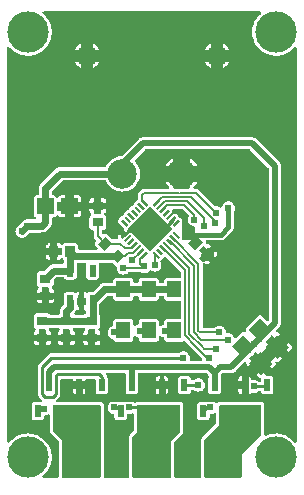
<source format=gtl>
G04 Layer: TopLayer*
G04 EasyEDA v6.4.20.6, 2021-08-14T17:17:54+08:00*
G04 75774476de7741c18b808344251b3932,34bb6763e28e4bbdb854ef51fa08daf4,10*
G04 Gerber Generator version 0.2*
G04 Scale: 100 percent, Rotated: No, Reflected: No *
G04 Dimensions in millimeters *
G04 leading zeros omitted , absolute positions ,4 integer and 5 decimal *
%FSLAX45Y45*%
%MOMM*%

%ADD10C,0.2540*%
%ADD11C,0.2000*%
%ADD12C,0.6000*%
%ADD13C,0.5000*%
%ADD14C,0.4000*%
%ADD15C,0.6096*%
%ADD17R,0.9000X0.8000*%
%ADD19R,1.2000X1.4000*%
%ADD21R,0.5320X1.0375*%
%ADD23R,0.6000X1.0000*%
%ADD27C,2.5000*%
%ADD28C,1.8000*%
%ADD29C,3.5000*%

%LPD*%
G36*
X550265Y-1888896D02*
G01*
X546303Y-1887118D01*
X543407Y-1883867D01*
X542188Y-1879701D01*
X542798Y-1875383D01*
X545134Y-1871776D01*
X549148Y-1867865D01*
X551180Y-1866239D01*
X557682Y-1859737D01*
X560984Y-1857502D01*
X564845Y-1856739D01*
X568756Y-1857502D01*
X572058Y-1859737D01*
X574344Y-1861972D01*
X576529Y-1865274D01*
X577291Y-1869186D01*
X576529Y-1873046D01*
X574344Y-1876348D01*
X565556Y-1885137D01*
X562254Y-1887321D01*
X554583Y-1888845D01*
G37*

%LPD*%
G36*
X1014374Y-1958848D02*
G01*
X1010513Y-1958086D01*
X1007211Y-1955901D01*
X1005027Y-1952599D01*
X1004214Y-1947418D01*
X1005230Y-1943049D01*
X1007059Y-1939289D01*
X1008075Y-1934819D01*
X1008075Y-1930247D01*
X1007059Y-1925777D01*
X1004468Y-1919884D01*
X1004214Y-1917598D01*
X1004214Y-1816201D01*
X1005230Y-1811782D01*
X1007059Y-1808022D01*
X1008075Y-1803552D01*
X1008075Y-1798980D01*
X1007059Y-1794510D01*
X1005078Y-1790395D01*
X1001877Y-1786382D01*
X986840Y-1771345D01*
X979169Y-1765757D01*
X976782Y-1762150D01*
X973582Y-1758086D01*
X958545Y-1743049D01*
X954532Y-1739849D01*
X950366Y-1737868D01*
X945946Y-1736852D01*
X941374Y-1736852D01*
X936904Y-1737868D01*
X934719Y-1738934D01*
X930656Y-1739900D01*
X926592Y-1739239D01*
X923137Y-1736953D01*
X920851Y-1733499D01*
X920140Y-1729384D01*
X921156Y-1725371D01*
X922172Y-1723186D01*
X923239Y-1718716D01*
X923239Y-1714144D01*
X922528Y-1711198D01*
X922375Y-1707591D01*
X923493Y-1704136D01*
X925779Y-1701292D01*
X928878Y-1699412D01*
X932434Y-1698752D01*
X1003198Y-1698752D01*
X1007059Y-1699564D01*
X1010361Y-1701749D01*
X1060196Y-1751685D01*
X1062532Y-1755444D01*
X1063091Y-1759864D01*
X1061720Y-1764080D01*
X1059027Y-1768602D01*
X1055776Y-1777136D01*
X1054150Y-1786128D01*
X1054150Y-1795272D01*
X1055776Y-1804263D01*
X1059027Y-1812798D01*
X1063701Y-1820621D01*
X1069695Y-1827530D01*
X1076858Y-1833219D01*
X1084884Y-1837537D01*
X1093571Y-1840382D01*
X1103630Y-1841703D01*
X1107084Y-1842820D01*
X1109929Y-1845056D01*
X1111758Y-1848205D01*
X1112418Y-1851761D01*
X1112418Y-1948688D01*
X1111656Y-1952599D01*
X1109421Y-1955901D01*
X1106170Y-1958086D01*
X1102258Y-1958848D01*
G37*

%LPD*%
G36*
X777443Y-2008378D02*
G01*
X773785Y-2007514D01*
X770636Y-2005380D01*
X736600Y-1971344D01*
X702564Y-2005380D01*
X699617Y-2007412D01*
X696163Y-2008327D01*
X692658Y-2007971D01*
X689406Y-2006447D01*
X684682Y-2002688D01*
X679348Y-1995728D01*
X664311Y-1980742D01*
X657606Y-1975256D01*
X655726Y-1973325D01*
X651052Y-1967484D01*
X636016Y-1952447D01*
X629310Y-1947011D01*
X627481Y-1945030D01*
X622808Y-1939188D01*
X607771Y-1924151D01*
X601878Y-1919478D01*
X597611Y-1914753D01*
X595680Y-1911502D01*
X595122Y-1907743D01*
X595985Y-1904085D01*
X598119Y-1900936D01*
X632155Y-1866900D01*
X598119Y-1832864D01*
X595985Y-1829714D01*
X595122Y-1826056D01*
X595680Y-1822297D01*
X597611Y-1819046D01*
X601878Y-1814322D01*
X607771Y-1809648D01*
X622808Y-1794611D01*
X628243Y-1787906D01*
X630174Y-1786026D01*
X636016Y-1781352D01*
X651052Y-1766316D01*
X656488Y-1759610D01*
X658469Y-1757781D01*
X664311Y-1753107D01*
X679348Y-1738071D01*
X684022Y-1732178D01*
X688746Y-1727911D01*
X691997Y-1725980D01*
X695756Y-1725422D01*
X699414Y-1726285D01*
X702564Y-1728419D01*
X736600Y-1762455D01*
X770636Y-1728419D01*
X773582Y-1726387D01*
X777036Y-1725472D01*
X780542Y-1725828D01*
X783793Y-1727352D01*
X788517Y-1731111D01*
X793851Y-1738071D01*
X808888Y-1753107D01*
X815594Y-1758543D01*
X817473Y-1760474D01*
X822147Y-1766316D01*
X824128Y-1768297D01*
X826312Y-1771599D01*
X827074Y-1775510D01*
X827074Y-1779270D01*
X828395Y-1784908D01*
X830884Y-1790090D01*
X834847Y-1795068D01*
X865276Y-1825498D01*
X868781Y-1829714D01*
X869696Y-1833727D01*
X868984Y-1837791D01*
X866749Y-1841195D01*
X841044Y-1866900D01*
X875080Y-1900936D01*
X877112Y-1903882D01*
X878027Y-1907336D01*
X877671Y-1910842D01*
X876147Y-1914093D01*
X872388Y-1918817D01*
X865428Y-1924151D01*
X850442Y-1939188D01*
X844956Y-1945893D01*
X843026Y-1947773D01*
X837184Y-1952447D01*
X822147Y-1967484D01*
X816711Y-1974189D01*
X814730Y-1976018D01*
X808888Y-1980742D01*
X793851Y-1995728D01*
X789178Y-2001621D01*
X784453Y-2005888D01*
X781202Y-2007819D01*
G37*

%LPD*%
G36*
X1203960Y-3974084D02*
G01*
X1200048Y-3973322D01*
X1196797Y-3971137D01*
X1194562Y-3967835D01*
X1193800Y-3963924D01*
X1193800Y-3655466D01*
X1194562Y-3651554D01*
X1196797Y-3648252D01*
X1320088Y-3524961D01*
X1320800Y-3523234D01*
X1320800Y-3369310D01*
X1321562Y-3365398D01*
X1323797Y-3362147D01*
X1327048Y-3359912D01*
X1330960Y-3359150D01*
X1666239Y-3359150D01*
X1670151Y-3359912D01*
X1673402Y-3362147D01*
X1675638Y-3365398D01*
X1676400Y-3369310D01*
X1676400Y-3608933D01*
X1675638Y-3612845D01*
X1673402Y-3616147D01*
X1512011Y-3777538D01*
X1511300Y-3779265D01*
X1511300Y-3963924D01*
X1510538Y-3967835D01*
X1508302Y-3971137D01*
X1505051Y-3973322D01*
X1501140Y-3974084D01*
G37*

%LPD*%
G36*
X594360Y-3974084D02*
G01*
X590448Y-3973322D01*
X587197Y-3971137D01*
X584962Y-3967835D01*
X584200Y-3963924D01*
X584200Y-3630066D01*
X584962Y-3626154D01*
X587197Y-3622852D01*
X621588Y-3588461D01*
X622300Y-3586734D01*
X622300Y-3369310D01*
X623062Y-3365398D01*
X625297Y-3362147D01*
X628548Y-3359912D01*
X632460Y-3359150D01*
X980440Y-3359150D01*
X984351Y-3359912D01*
X987602Y-3362147D01*
X989837Y-3365398D01*
X990600Y-3369310D01*
X990600Y-3583533D01*
X989837Y-3587445D01*
X987602Y-3590747D01*
X915111Y-3663238D01*
X914400Y-3664965D01*
X914400Y-3963924D01*
X913637Y-3967835D01*
X911402Y-3971137D01*
X908151Y-3973322D01*
X904240Y-3974084D01*
G37*

%LPD*%
G36*
X-2540Y-3974084D02*
G01*
X-6451Y-3973322D01*
X-9702Y-3971137D01*
X-11938Y-3967835D01*
X-12700Y-3963924D01*
X-12700Y-3652265D01*
X-13411Y-3650538D01*
X-85902Y-3578047D01*
X-88138Y-3574745D01*
X-88900Y-3570833D01*
X-88900Y-3369310D01*
X-88138Y-3365398D01*
X-85902Y-3362147D01*
X-82651Y-3359912D01*
X-78740Y-3359150D01*
X307340Y-3359150D01*
X311251Y-3359912D01*
X314502Y-3362147D01*
X316738Y-3365398D01*
X317500Y-3369310D01*
X317500Y-3963924D01*
X316738Y-3967835D01*
X314502Y-3971137D01*
X311251Y-3973322D01*
X307340Y-3974084D01*
G37*

%LPD*%
G36*
X-167284Y-3974084D02*
G01*
X-171399Y-3973220D01*
X-174802Y-3970782D01*
X-176936Y-3967175D01*
X-177444Y-3963009D01*
X-176225Y-3959047D01*
X-173482Y-3955846D01*
X-170434Y-3953560D01*
X-156260Y-3940352D01*
X-143357Y-3925773D01*
X-131978Y-3910076D01*
X-122123Y-3893362D01*
X-113944Y-3875735D01*
X-107492Y-3857447D01*
X-102870Y-3838600D01*
X-100025Y-3819398D01*
X-99110Y-3799992D01*
X-100025Y-3780586D01*
X-102870Y-3761384D01*
X-107492Y-3742537D01*
X-113944Y-3724249D01*
X-122123Y-3706622D01*
X-131978Y-3689908D01*
X-143357Y-3674211D01*
X-156260Y-3659682D01*
X-170434Y-3646474D01*
X-185877Y-3634689D01*
X-202387Y-3624427D01*
X-219760Y-3615842D01*
X-237896Y-3608933D01*
X-256641Y-3603853D01*
X-275793Y-3600551D01*
X-295148Y-3599179D01*
X-314553Y-3599637D01*
X-333806Y-3601974D01*
X-352755Y-3606139D01*
X-371246Y-3612134D01*
X-389026Y-3619906D01*
X-405993Y-3629355D01*
X-421995Y-3640378D01*
X-436829Y-3652875D01*
X-450392Y-3666794D01*
X-456031Y-3673805D01*
X-459232Y-3676446D01*
X-463194Y-3677564D01*
X-467309Y-3677005D01*
X-470865Y-3674872D01*
X-473252Y-3671519D01*
X-474065Y-3667455D01*
X-474065Y-332536D01*
X-473252Y-328523D01*
X-470865Y-325120D01*
X-467309Y-322986D01*
X-463194Y-322427D01*
X-459232Y-323545D01*
X-456031Y-326186D01*
X-450392Y-333197D01*
X-436829Y-347116D01*
X-421995Y-359613D01*
X-405993Y-370636D01*
X-389026Y-380085D01*
X-371246Y-387858D01*
X-352755Y-393852D01*
X-333806Y-398018D01*
X-314553Y-400354D01*
X-295148Y-400812D01*
X-275793Y-399440D01*
X-256641Y-396138D01*
X-237896Y-391058D01*
X-219760Y-384200D01*
X-202387Y-375564D01*
X-185877Y-365353D01*
X-170434Y-353568D01*
X-156260Y-340309D01*
X-143357Y-325780D01*
X-131978Y-310083D01*
X-122123Y-293370D01*
X-113944Y-275742D01*
X-107492Y-257454D01*
X-102870Y-238607D01*
X-100025Y-219405D01*
X-99110Y-199999D01*
X-100025Y-180594D01*
X-102870Y-161391D01*
X-107492Y-142544D01*
X-113944Y-124256D01*
X-122123Y-106629D01*
X-131978Y-89916D01*
X-143357Y-74218D01*
X-156260Y-59690D01*
X-170434Y-46431D01*
X-173482Y-44145D01*
X-176225Y-40944D01*
X-177444Y-36982D01*
X-176936Y-32816D01*
X-174802Y-29209D01*
X-171399Y-26771D01*
X-167284Y-25908D01*
X1667357Y-25908D01*
X1671370Y-26720D01*
X1674774Y-29108D01*
X1676907Y-32562D01*
X1677517Y-36626D01*
X1676450Y-40589D01*
X1673910Y-43840D01*
X1663192Y-52882D01*
X1649628Y-66802D01*
X1637487Y-81940D01*
X1626819Y-98145D01*
X1617827Y-115366D01*
X1610512Y-133299D01*
X1604924Y-151942D01*
X1601216Y-170992D01*
X1599336Y-190296D01*
X1599336Y-209702D01*
X1601216Y-229006D01*
X1604924Y-248056D01*
X1610512Y-266700D01*
X1617827Y-284632D01*
X1626819Y-301853D01*
X1637487Y-318058D01*
X1649628Y-333197D01*
X1663192Y-347116D01*
X1678025Y-359613D01*
X1693976Y-370636D01*
X1710943Y-380085D01*
X1728774Y-387858D01*
X1747215Y-393852D01*
X1766163Y-398018D01*
X1785467Y-400354D01*
X1804873Y-400812D01*
X1824228Y-399440D01*
X1843328Y-396138D01*
X1862074Y-391058D01*
X1880209Y-384200D01*
X1897634Y-375564D01*
X1914143Y-365353D01*
X1929536Y-353568D01*
X1943760Y-340309D01*
X1956307Y-326136D01*
X1959559Y-323697D01*
X1963521Y-322732D01*
X1967534Y-323392D01*
X1970989Y-325526D01*
X1973275Y-328879D01*
X1974088Y-332892D01*
X1974088Y-3667099D01*
X1973275Y-3671112D01*
X1970989Y-3674465D01*
X1967534Y-3676599D01*
X1963521Y-3677259D01*
X1959559Y-3676294D01*
X1956307Y-3673856D01*
X1943760Y-3659682D01*
X1929536Y-3646474D01*
X1914143Y-3634689D01*
X1897634Y-3624427D01*
X1880209Y-3615842D01*
X1862074Y-3608933D01*
X1843328Y-3603853D01*
X1824228Y-3600551D01*
X1804873Y-3599179D01*
X1785467Y-3599637D01*
X1766163Y-3601974D01*
X1747215Y-3606139D01*
X1728774Y-3612134D01*
X1716532Y-3617468D01*
X1712620Y-3618331D01*
X1708657Y-3617620D01*
X1705356Y-3615385D01*
X1703120Y-3612083D01*
X1702307Y-3608171D01*
X1702307Y-3359708D01*
X1701596Y-3353409D01*
X1699666Y-3347923D01*
X1696618Y-3343046D01*
X1692503Y-3338931D01*
X1687626Y-3335883D01*
X1682140Y-3333953D01*
X1675841Y-3333242D01*
X1663446Y-3333191D01*
X1656029Y-3332327D01*
X1603959Y-3332327D01*
X1595424Y-3333242D01*
X1409598Y-3333242D01*
X1401013Y-3332327D01*
X1348994Y-3332327D01*
X1340408Y-3333242D01*
X1321358Y-3333242D01*
X1315059Y-3333953D01*
X1309573Y-3335883D01*
X1304696Y-3338931D01*
X1301902Y-3341725D01*
X1298600Y-3343960D01*
X1294688Y-3344722D01*
X1290828Y-3343960D01*
X1287526Y-3341725D01*
X1280820Y-3335020D01*
X1272794Y-3329381D01*
X1263853Y-3325266D01*
X1254404Y-3322726D01*
X1244600Y-3321862D01*
X1234795Y-3322726D01*
X1225346Y-3325266D01*
X1216406Y-3329381D01*
X1212088Y-3331870D01*
X1209040Y-3332327D01*
X1158951Y-3332327D01*
X1152652Y-3333038D01*
X1147165Y-3334969D01*
X1142288Y-3338068D01*
X1138174Y-3342132D01*
X1135126Y-3347059D01*
X1133195Y-3352495D01*
X1132484Y-3358845D01*
X1132484Y-3461410D01*
X1133195Y-3467760D01*
X1135126Y-3473196D01*
X1138174Y-3478123D01*
X1142288Y-3482187D01*
X1147165Y-3485286D01*
X1152652Y-3487216D01*
X1158951Y-3487928D01*
X1211021Y-3487928D01*
X1217371Y-3487216D01*
X1222806Y-3485286D01*
X1227734Y-3482187D01*
X1231798Y-3478123D01*
X1234897Y-3473196D01*
X1236776Y-3467760D01*
X1237488Y-3461410D01*
X1237488Y-3444494D01*
X1238199Y-3440785D01*
X1240180Y-3437636D01*
X1243177Y-3435350D01*
X1246784Y-3434334D01*
X1254404Y-3433673D01*
X1263853Y-3431133D01*
X1272794Y-3427018D01*
X1278890Y-3422700D01*
X1282954Y-3421024D01*
X1287373Y-3421227D01*
X1291285Y-3423259D01*
X1293926Y-3426714D01*
X1294892Y-3431032D01*
X1294892Y-3509314D01*
X1294130Y-3513175D01*
X1291894Y-3516477D01*
X1175664Y-3632708D01*
X1171854Y-3637483D01*
X1169365Y-3642715D01*
X1168095Y-3648354D01*
X1167892Y-3651554D01*
X1167892Y-3963924D01*
X1167130Y-3967835D01*
X1164894Y-3971137D01*
X1161643Y-3973322D01*
X1157732Y-3974084D01*
X950468Y-3974084D01*
X946556Y-3973322D01*
X943305Y-3971137D01*
X941069Y-3967835D01*
X940308Y-3963924D01*
X940308Y-3678885D01*
X941069Y-3675024D01*
X943305Y-3671722D01*
X1008735Y-3606292D01*
X1012545Y-3601516D01*
X1015034Y-3596284D01*
X1016304Y-3590645D01*
X1016508Y-3587445D01*
X1016508Y-3359708D01*
X1015796Y-3353409D01*
X1013866Y-3347923D01*
X1010818Y-3343046D01*
X1006703Y-3338931D01*
X1001826Y-3335883D01*
X996340Y-3333953D01*
X990041Y-3333242D01*
X964590Y-3333242D01*
X956005Y-3332327D01*
X903986Y-3332327D01*
X895400Y-3333242D01*
X709574Y-3333242D01*
X701040Y-3332327D01*
X648970Y-3332327D01*
X640435Y-3333242D01*
X622858Y-3333242D01*
X616559Y-3333953D01*
X611073Y-3335883D01*
X608584Y-3337458D01*
X605434Y-3338728D01*
X602030Y-3338931D01*
X598779Y-3337966D01*
X595020Y-3335020D01*
X586994Y-3329381D01*
X578053Y-3325266D01*
X568604Y-3322726D01*
X558800Y-3321862D01*
X548995Y-3322726D01*
X539546Y-3325266D01*
X530606Y-3329381D01*
X526999Y-3331972D01*
X524103Y-3333343D01*
X520954Y-3333800D01*
X517347Y-3333038D01*
X511048Y-3332327D01*
X467359Y-3332327D01*
X464312Y-3331870D01*
X459993Y-3329381D01*
X451053Y-3325266D01*
X441604Y-3322726D01*
X431800Y-3321862D01*
X421995Y-3322726D01*
X412546Y-3325266D01*
X403606Y-3329381D01*
X395579Y-3335020D01*
X388620Y-3341979D01*
X382981Y-3350006D01*
X378866Y-3358946D01*
X376326Y-3368395D01*
X375462Y-3378200D01*
X376326Y-3388004D01*
X378866Y-3397453D01*
X382981Y-3406394D01*
X388620Y-3414420D01*
X395579Y-3421379D01*
X403606Y-3427018D01*
X412546Y-3431133D01*
X426821Y-3434791D01*
X429818Y-3437077D01*
X431800Y-3440226D01*
X432511Y-3443935D01*
X432511Y-3461410D01*
X433222Y-3467760D01*
X435101Y-3473196D01*
X438200Y-3478123D01*
X442264Y-3482187D01*
X447192Y-3485286D01*
X452628Y-3487216D01*
X458978Y-3487928D01*
X511048Y-3487928D01*
X517347Y-3487216D01*
X522833Y-3485286D01*
X527710Y-3482187D01*
X531825Y-3478123D01*
X534873Y-3473196D01*
X536803Y-3467760D01*
X537514Y-3461410D01*
X537514Y-3443782D01*
X538378Y-3439668D01*
X540816Y-3436264D01*
X544423Y-3434130D01*
X548538Y-3433673D01*
X558800Y-3434537D01*
X568604Y-3433673D01*
X578053Y-3431133D01*
X581914Y-3429355D01*
X585876Y-3428390D01*
X589889Y-3429050D01*
X593293Y-3431235D01*
X595579Y-3434587D01*
X596392Y-3438550D01*
X596392Y-3572814D01*
X595630Y-3576675D01*
X593394Y-3579977D01*
X566064Y-3607308D01*
X562254Y-3612083D01*
X559765Y-3617315D01*
X558495Y-3622954D01*
X558292Y-3626154D01*
X558292Y-3963924D01*
X557530Y-3967835D01*
X555294Y-3971137D01*
X552043Y-3973322D01*
X548132Y-3974084D01*
X353568Y-3974084D01*
X349656Y-3973322D01*
X346405Y-3971137D01*
X344170Y-3967835D01*
X343408Y-3963924D01*
X343408Y-3415944D01*
X344373Y-3411677D01*
X345033Y-3410153D01*
X347573Y-3400704D01*
X348437Y-3390900D01*
X347573Y-3381095D01*
X345033Y-3371646D01*
X344373Y-3370122D01*
X343408Y-3365855D01*
X343408Y-3359708D01*
X342696Y-3353409D01*
X340766Y-3347923D01*
X337718Y-3343046D01*
X333603Y-3338931D01*
X328726Y-3335883D01*
X323240Y-3333953D01*
X316941Y-3333242D01*
X264566Y-3333242D01*
X256032Y-3332327D01*
X203962Y-3332327D01*
X195427Y-3333242D01*
X9601Y-3333242D01*
X1016Y-3332327D01*
X-51003Y-3332327D01*
X-55981Y-3332022D01*
X-59588Y-3330041D01*
X-62128Y-3326739D01*
X-63144Y-3322726D01*
X-62433Y-3318611D01*
X-60147Y-3315157D01*
X-36576Y-3291535D01*
X-31445Y-3285337D01*
X-27889Y-3278632D01*
X-25704Y-3271418D01*
X-24892Y-3263392D01*
X-24892Y-3147568D01*
X-24130Y-3143656D01*
X-21894Y-3140405D01*
X-18643Y-3138170D01*
X-14732Y-3137408D01*
X72339Y-3137408D01*
X76200Y-3138170D01*
X79502Y-3140405D01*
X81737Y-3143656D01*
X82499Y-3147568D01*
X82499Y-3157575D01*
X115366Y-3157575D01*
X115366Y-3147568D01*
X116128Y-3143656D01*
X118313Y-3140405D01*
X121615Y-3138170D01*
X125526Y-3137408D01*
X144475Y-3137408D01*
X148386Y-3138170D01*
X151688Y-3140405D01*
X153873Y-3143656D01*
X154635Y-3147568D01*
X154635Y-3157575D01*
X187502Y-3157575D01*
X187502Y-3147568D01*
X188264Y-3143656D01*
X190500Y-3140405D01*
X193802Y-3138170D01*
X197662Y-3137408D01*
X262331Y-3137408D01*
X266242Y-3138170D01*
X269494Y-3140405D01*
X271729Y-3143656D01*
X272491Y-3147568D01*
X272491Y-3241192D01*
X273202Y-3247491D01*
X275132Y-3252978D01*
X278180Y-3257854D01*
X282295Y-3261969D01*
X287172Y-3265017D01*
X292658Y-3266948D01*
X298958Y-3267659D01*
X351028Y-3267659D01*
X357327Y-3266948D01*
X362813Y-3265017D01*
X367690Y-3261969D01*
X371805Y-3257854D01*
X374904Y-3252978D01*
X376783Y-3247491D01*
X377494Y-3241192D01*
X377494Y-3138576D01*
X376783Y-3132226D01*
X374904Y-3126790D01*
X371805Y-3121914D01*
X368909Y-3118561D01*
X367893Y-3116275D01*
X365810Y-3109468D01*
X360476Y-3099460D01*
X360019Y-3095650D01*
X360984Y-3091992D01*
X363220Y-3088944D01*
X366420Y-3086912D01*
X370128Y-3086201D01*
X518922Y-3086201D01*
X522833Y-3086963D01*
X526135Y-3089198D01*
X528320Y-3092500D01*
X529082Y-3096361D01*
X529082Y-3128010D01*
X528218Y-3132226D01*
X527507Y-3138576D01*
X527507Y-3241192D01*
X528218Y-3247491D01*
X530098Y-3252978D01*
X533196Y-3257854D01*
X537260Y-3261969D01*
X542188Y-3265017D01*
X547624Y-3266948D01*
X553974Y-3267659D01*
X606044Y-3267659D01*
X612343Y-3266948D01*
X617829Y-3265017D01*
X622706Y-3261969D01*
X626821Y-3257854D01*
X629869Y-3252978D01*
X631799Y-3247491D01*
X632510Y-3241192D01*
X632510Y-3138576D01*
X631799Y-3132226D01*
X630885Y-3128010D01*
X630885Y-3096361D01*
X631698Y-3092500D01*
X633882Y-3089198D01*
X637184Y-3086963D01*
X641045Y-3086201D01*
X1206601Y-3086201D01*
X1210513Y-3086963D01*
X1213764Y-3089198D01*
X1226108Y-3101492D01*
X1228344Y-3104794D01*
X1229106Y-3108706D01*
X1229106Y-3128010D01*
X1228191Y-3132226D01*
X1227480Y-3138576D01*
X1227480Y-3241192D01*
X1228191Y-3247491D01*
X1230122Y-3252978D01*
X1233170Y-3257854D01*
X1237284Y-3261969D01*
X1242161Y-3265017D01*
X1247648Y-3266948D01*
X1253947Y-3267659D01*
X1306017Y-3267659D01*
X1312367Y-3266948D01*
X1317802Y-3265017D01*
X1322730Y-3261969D01*
X1326794Y-3257854D01*
X1329893Y-3252978D01*
X1331772Y-3247491D01*
X1332484Y-3241192D01*
X1332484Y-3138576D01*
X1331772Y-3132226D01*
X1330909Y-3128010D01*
X1330909Y-3108706D01*
X1331671Y-3104794D01*
X1333906Y-3101492D01*
X1346200Y-3089198D01*
X1349502Y-3086963D01*
X1353413Y-3086201D01*
X1422196Y-3086201D01*
X1426819Y-3085998D01*
X1431239Y-3085439D01*
X1435557Y-3084474D01*
X1439824Y-3083153D01*
X1443888Y-3081426D01*
X1447850Y-3079394D01*
X1451610Y-3077006D01*
X1455115Y-3074314D01*
X1458569Y-3071164D01*
X1532432Y-2997250D01*
X1535734Y-2995066D01*
X1539595Y-2994304D01*
X1543507Y-2995066D01*
X1546809Y-2997250D01*
X1548993Y-3000552D01*
X1549755Y-3004464D01*
X1549755Y-3007309D01*
X1551076Y-3012948D01*
X1553565Y-3018180D01*
X1557528Y-3023158D01*
X1577543Y-3043174D01*
X1615236Y-3005480D01*
X1576933Y-2967126D01*
X1574749Y-2963824D01*
X1573936Y-2959963D01*
X1574749Y-2956052D01*
X1576933Y-2952750D01*
X1584706Y-2944977D01*
X1587601Y-2942996D01*
X1595272Y-2939389D01*
X1603349Y-2933750D01*
X1610258Y-2926791D01*
X1615897Y-2918764D01*
X1618081Y-2914142D01*
X1620367Y-2910992D01*
X1623618Y-2908960D01*
X1627479Y-2908300D01*
X1631238Y-2909062D01*
X1634439Y-2911246D01*
X1671980Y-2948736D01*
X1754936Y-2865780D01*
X1716633Y-2827426D01*
X1714449Y-2824124D01*
X1713636Y-2820263D01*
X1714449Y-2816352D01*
X1716633Y-2813050D01*
X1758950Y-2770733D01*
X1762252Y-2768549D01*
X1766163Y-2767736D01*
X1770024Y-2768549D01*
X1773326Y-2770733D01*
X1811680Y-2809036D01*
X1849374Y-2771343D01*
X1829358Y-2751328D01*
X1824380Y-2747365D01*
X1819148Y-2744876D01*
X1813509Y-2743555D01*
X1810664Y-2743555D01*
X1806752Y-2742793D01*
X1803450Y-2740609D01*
X1801266Y-2737307D01*
X1800504Y-2733395D01*
X1801266Y-2729534D01*
X1803450Y-2726232D01*
X1826564Y-2703169D01*
X1829714Y-2699715D01*
X1832406Y-2696210D01*
X1834794Y-2692450D01*
X1836826Y-2688488D01*
X1838553Y-2684424D01*
X1839874Y-2680157D01*
X1840839Y-2675839D01*
X1841398Y-2671419D01*
X1841601Y-2666796D01*
X1841601Y-1333703D01*
X1841398Y-1329080D01*
X1840839Y-1324660D01*
X1839874Y-1320342D01*
X1838553Y-1316075D01*
X1836826Y-1312011D01*
X1834794Y-1308049D01*
X1832406Y-1304290D01*
X1829714Y-1300784D01*
X1826564Y-1297330D01*
X1636369Y-1107135D01*
X1632915Y-1103985D01*
X1629410Y-1101293D01*
X1625650Y-1098905D01*
X1621688Y-1096873D01*
X1617624Y-1095146D01*
X1613357Y-1093825D01*
X1609039Y-1092860D01*
X1604619Y-1092301D01*
X1599996Y-1092098D01*
X673303Y-1092098D01*
X668680Y-1092301D01*
X664260Y-1092860D01*
X659942Y-1093825D01*
X655675Y-1095146D01*
X651611Y-1096873D01*
X647649Y-1098905D01*
X643890Y-1101293D01*
X640384Y-1103985D01*
X636930Y-1107135D01*
X497433Y-1246682D01*
X494385Y-1248765D01*
X490829Y-1249629D01*
X483108Y-1250035D01*
X466445Y-1252880D01*
X450189Y-1257554D01*
X434543Y-1264056D01*
X419760Y-1272235D01*
X405942Y-1282039D01*
X393293Y-1293317D01*
X382066Y-1305915D01*
X372262Y-1319733D01*
X364083Y-1334516D01*
X362661Y-1337868D01*
X360476Y-1341170D01*
X357174Y-1343355D01*
X353314Y-1344117D01*
X-28244Y-1344117D01*
X-33324Y-1344371D01*
X-38150Y-1344980D01*
X-42926Y-1346047D01*
X-47548Y-1347520D01*
X-52069Y-1349400D01*
X-56388Y-1351635D01*
X-60502Y-1354277D01*
X-64363Y-1357223D01*
X-68122Y-1360678D01*
X-191770Y-1484325D01*
X-194868Y-1487678D01*
X-198221Y-1491996D01*
X-200558Y-1495602D01*
X-203098Y-1500428D01*
X-204774Y-1504391D01*
X-206400Y-1509572D01*
X-207365Y-1513789D01*
X-208076Y-1519174D01*
X-208330Y-1523746D01*
X-208737Y-1572920D01*
X-209499Y-1576781D01*
X-211734Y-1580032D01*
X-214985Y-1582216D01*
X-218897Y-1582978D01*
X-223723Y-1582978D01*
X-230073Y-1583690D01*
X-235508Y-1585620D01*
X-240436Y-1588719D01*
X-244500Y-1592783D01*
X-247599Y-1597710D01*
X-249478Y-1603146D01*
X-250190Y-1609445D01*
X-250190Y-1743354D01*
X-249478Y-1749653D01*
X-247599Y-1755089D01*
X-244500Y-1760016D01*
X-240436Y-1764080D01*
X-236677Y-1766468D01*
X-233476Y-1769618D01*
X-231952Y-1773834D01*
X-232410Y-1778304D01*
X-234746Y-1782114D01*
X-238506Y-1784604D01*
X-248920Y-1785569D01*
X-299313Y-1785569D01*
X-304800Y-1785162D01*
X-314604Y-1786026D01*
X-324053Y-1788566D01*
X-332994Y-1792681D01*
X-341020Y-1798320D01*
X-349351Y-1806956D01*
X-383540Y-1841144D01*
X-385216Y-1842516D01*
X-392176Y-1849475D01*
X-397814Y-1857502D01*
X-401929Y-1866442D01*
X-404469Y-1875891D01*
X-405333Y-1885696D01*
X-404469Y-1895500D01*
X-401929Y-1904949D01*
X-397814Y-1913889D01*
X-392176Y-1921916D01*
X-385216Y-1928875D01*
X-377190Y-1934514D01*
X-368249Y-1938629D01*
X-358800Y-1941169D01*
X-348996Y-1942033D01*
X-339191Y-1941169D01*
X-329742Y-1938629D01*
X-320802Y-1934514D01*
X-312775Y-1928875D01*
X-304444Y-1920239D01*
X-284632Y-1900377D01*
X-281330Y-1898192D01*
X-277418Y-1897430D01*
X-248005Y-1897430D01*
X-243433Y-1897837D01*
X-237947Y-1897430D01*
X-188061Y-1897430D01*
X-182575Y-1897837D01*
X-172821Y-1896973D01*
X-163322Y-1894433D01*
X-154432Y-1890318D01*
X-146354Y-1884680D01*
X-138074Y-1876043D01*
X-114401Y-1852371D01*
X-110998Y-1848612D01*
X-108000Y-1844751D01*
X-105410Y-1840636D01*
X-103124Y-1836318D01*
X-101244Y-1831797D01*
X-99822Y-1827174D01*
X-98755Y-1822399D01*
X-98094Y-1817573D01*
X-97891Y-1812493D01*
X-97891Y-1779981D01*
X-97129Y-1776069D01*
X-94894Y-1772767D01*
X-91592Y-1770583D01*
X-87731Y-1769821D01*
X-83870Y-1769821D01*
X-77571Y-1769110D01*
X-72085Y-1767179D01*
X-67208Y-1764080D01*
X-63093Y-1760016D01*
X-59385Y-1754124D01*
X-56591Y-1751177D01*
X-52832Y-1749602D01*
X-48768Y-1749602D01*
X-45008Y-1751177D01*
X-42214Y-1754124D01*
X-38506Y-1760016D01*
X-34391Y-1764080D01*
X-29514Y-1767179D01*
X-24028Y-1769110D01*
X-17729Y-1769821D01*
X10617Y-1769821D01*
X10617Y-1716481D01*
X-47244Y-1716481D01*
X-51104Y-1715719D01*
X-54406Y-1713534D01*
X-56641Y-1710232D01*
X-57404Y-1706321D01*
X-57404Y-1646478D01*
X-56641Y-1642567D01*
X-54406Y-1639265D01*
X-51104Y-1637080D01*
X-47244Y-1636318D01*
X10617Y-1636318D01*
X10617Y-1582978D01*
X-17729Y-1582978D01*
X-24028Y-1583690D01*
X-29514Y-1585620D01*
X-34391Y-1588719D01*
X-38506Y-1592783D01*
X-42214Y-1598676D01*
X-45008Y-1601622D01*
X-48768Y-1603197D01*
X-52832Y-1603197D01*
X-56591Y-1601622D01*
X-59385Y-1598676D01*
X-63093Y-1592783D01*
X-67208Y-1588719D01*
X-72085Y-1585620D01*
X-77571Y-1583690D01*
X-83870Y-1582978D01*
X-86715Y-1582978D01*
X-90627Y-1582216D01*
X-93929Y-1579981D01*
X-96164Y-1576679D01*
X-96875Y-1572768D01*
X-96723Y-1551533D01*
X-95910Y-1547672D01*
X-93726Y-1544421D01*
X-8280Y-1458925D01*
X-4978Y-1456740D01*
X-1066Y-1455978D01*
X353314Y-1455978D01*
X357225Y-1456740D01*
X360527Y-1458925D01*
X362712Y-1462227D01*
X364083Y-1465478D01*
X372262Y-1480261D01*
X382066Y-1494078D01*
X393293Y-1506677D01*
X405942Y-1517954D01*
X419760Y-1527759D01*
X434543Y-1535938D01*
X450189Y-1542440D01*
X466445Y-1547114D01*
X483108Y-1549958D01*
X500024Y-1550873D01*
X516890Y-1549958D01*
X533603Y-1547114D01*
X549859Y-1542440D01*
X565505Y-1535938D01*
X580288Y-1527759D01*
X594106Y-1517954D01*
X606704Y-1506677D01*
X617982Y-1494078D01*
X627786Y-1480261D01*
X635965Y-1465478D01*
X642416Y-1449832D01*
X647141Y-1433576D01*
X649935Y-1416913D01*
X650900Y-1399997D01*
X649935Y-1383080D01*
X647141Y-1366418D01*
X642416Y-1350162D01*
X635965Y-1334516D01*
X627786Y-1319733D01*
X617982Y-1305915D01*
X607466Y-1294180D01*
X605536Y-1290878D01*
X604926Y-1287119D01*
X605739Y-1283360D01*
X607872Y-1280210D01*
X691235Y-1196898D01*
X694486Y-1194663D01*
X698398Y-1193901D01*
X1574901Y-1193901D01*
X1578813Y-1194663D01*
X1582064Y-1196898D01*
X1736801Y-1351635D01*
X1739036Y-1354886D01*
X1739798Y-1358798D01*
X1739798Y-2637282D01*
X1739036Y-2641142D01*
X1736801Y-2644444D01*
X1733499Y-2646629D01*
X1729638Y-2647442D01*
X1725726Y-2646629D01*
X1722424Y-2644444D01*
X1683664Y-2605684D01*
X1678686Y-2601722D01*
X1673504Y-2599182D01*
X1667865Y-2597912D01*
X1662074Y-2597912D01*
X1656435Y-2599182D01*
X1651203Y-2601722D01*
X1646224Y-2605684D01*
X1551584Y-2700324D01*
X1547622Y-2705303D01*
X1545082Y-2710535D01*
X1543812Y-2716174D01*
X1543812Y-2721965D01*
X1544828Y-2726486D01*
X1544929Y-2730550D01*
X1543405Y-2734310D01*
X1540510Y-2737205D01*
X1536750Y-2738729D01*
X1532686Y-2738628D01*
X1528165Y-2737612D01*
X1522374Y-2737612D01*
X1516735Y-2738882D01*
X1511503Y-2741422D01*
X1506524Y-2745384D01*
X1464818Y-2787091D01*
X1461617Y-2789224D01*
X1457807Y-2790037D01*
X1453997Y-2789377D01*
X1450695Y-2787294D01*
X1448460Y-2784195D01*
X1445818Y-2778506D01*
X1440180Y-2770479D01*
X1433220Y-2763520D01*
X1425194Y-2757881D01*
X1416253Y-2753766D01*
X1406804Y-2751226D01*
X1397000Y-2750362D01*
X1388059Y-2751124D01*
X1384096Y-2750718D01*
X1380642Y-2748788D01*
X1378153Y-2745689D01*
X1377035Y-2741879D01*
X1376273Y-2733395D01*
X1373733Y-2723946D01*
X1369618Y-2715006D01*
X1363980Y-2706979D01*
X1357020Y-2700020D01*
X1348994Y-2694381D01*
X1340053Y-2690266D01*
X1330604Y-2687726D01*
X1320800Y-2686862D01*
X1310995Y-2687726D01*
X1301546Y-2690266D01*
X1292606Y-2694381D01*
X1284579Y-2700020D01*
X1280312Y-2704338D01*
X1277010Y-2706522D01*
X1273098Y-2707284D01*
X1189075Y-2707284D01*
X1185164Y-2706522D01*
X1181862Y-2704338D01*
X1179677Y-2701036D01*
X1178915Y-2697124D01*
X1178915Y-2167280D01*
X1179626Y-2163572D01*
X1181608Y-2160371D01*
X1184656Y-2158136D01*
X1188313Y-2157120D01*
X1192072Y-2157577D01*
X1195425Y-2159304D01*
X1200607Y-2163470D01*
X1205839Y-2166010D01*
X1211478Y-2167280D01*
X1217269Y-2167280D01*
X1222908Y-2166010D01*
X1228090Y-2163470D01*
X1233068Y-2159508D01*
X1244092Y-2148484D01*
X1216101Y-2120544D01*
X1190701Y-2145944D01*
X1187653Y-2148078D01*
X1184046Y-2148941D01*
X1180338Y-2148433D01*
X1177086Y-2146655D01*
X1174699Y-2143861D01*
X1171956Y-2139086D01*
X1168146Y-2134616D01*
X1154988Y-2121458D01*
X1152804Y-2118156D01*
X1152042Y-2114296D01*
X1152804Y-2110384D01*
X1154988Y-2107133D01*
X1178864Y-2083257D01*
X1152296Y-2056688D01*
X1150112Y-2053386D01*
X1149299Y-2049525D01*
X1150112Y-2045614D01*
X1152296Y-2042312D01*
X1178712Y-2015896D01*
X1182014Y-2013712D01*
X1185926Y-2012899D01*
X1189786Y-2013712D01*
X1193088Y-2015896D01*
X1219657Y-2042464D01*
X1249375Y-2012696D01*
X1240129Y-2003450D01*
X1235151Y-1999488D01*
X1229969Y-1996998D01*
X1224330Y-1995728D01*
X1218539Y-1995728D01*
X1216355Y-1996186D01*
X1212291Y-1996287D01*
X1208532Y-1994763D01*
X1205636Y-1991868D01*
X1204112Y-1988108D01*
X1204214Y-1984044D01*
X1204671Y-1981860D01*
X1204518Y-1972411D01*
X1205636Y-1968957D01*
X1207922Y-1966112D01*
X1211021Y-1964232D01*
X1214577Y-1963623D01*
X1335278Y-1963572D01*
X1344015Y-1962353D01*
X1352042Y-1959660D01*
X1359408Y-1955546D01*
X1366316Y-1949805D01*
X1430680Y-1885391D01*
X1436014Y-1878330D01*
X1439773Y-1870760D01*
X1442059Y-1862632D01*
X1442923Y-1853742D01*
X1442923Y-1724609D01*
X1443380Y-1721561D01*
X1445818Y-1717293D01*
X1449933Y-1708353D01*
X1452473Y-1698904D01*
X1453337Y-1689100D01*
X1452473Y-1679295D01*
X1449933Y-1669846D01*
X1445818Y-1660906D01*
X1440180Y-1652879D01*
X1433220Y-1645920D01*
X1425194Y-1640281D01*
X1416253Y-1636166D01*
X1406804Y-1633626D01*
X1397000Y-1632762D01*
X1387195Y-1633626D01*
X1377746Y-1636166D01*
X1368806Y-1640281D01*
X1360779Y-1645920D01*
X1353820Y-1652879D01*
X1348181Y-1660906D01*
X1344066Y-1669846D01*
X1341577Y-1679041D01*
X1339900Y-1682496D01*
X1337005Y-1685086D01*
X1333347Y-1686407D01*
X1329486Y-1686306D01*
X1325930Y-1684731D01*
X1320292Y-1680768D01*
X1311402Y-1676603D01*
X1301902Y-1674063D01*
X1291691Y-1673250D01*
X1287322Y-1672640D01*
X1283614Y-1670304D01*
X1150416Y-1537106D01*
X1144168Y-1532026D01*
X1137462Y-1528622D01*
X1130096Y-1526641D01*
X1124254Y-1526184D01*
X1111504Y-1526184D01*
X1107541Y-1525371D01*
X1104188Y-1523085D01*
X1102004Y-1519631D01*
X1101344Y-1515668D01*
X1102309Y-1511706D01*
X1104747Y-1508455D01*
X1106728Y-1506677D01*
X1118006Y-1494078D01*
X1127760Y-1480261D01*
X1134110Y-1468831D01*
X1068882Y-1468831D01*
X1068882Y-1516024D01*
X1068070Y-1519936D01*
X1065885Y-1523238D01*
X1062583Y-1525422D01*
X1058722Y-1526184D01*
X984758Y-1526184D01*
X980033Y-1526489D01*
X977392Y-1526184D01*
X941324Y-1526184D01*
X937412Y-1525422D01*
X934161Y-1523238D01*
X931926Y-1519936D01*
X931164Y-1516024D01*
X931164Y-1468831D01*
X865936Y-1468831D01*
X872236Y-1480261D01*
X882040Y-1494078D01*
X893318Y-1506677D01*
X895299Y-1508455D01*
X897686Y-1511706D01*
X898652Y-1515668D01*
X897991Y-1519631D01*
X895858Y-1523085D01*
X892505Y-1525371D01*
X888492Y-1526184D01*
X686308Y-1526184D01*
X678332Y-1527048D01*
X671220Y-1529334D01*
X664616Y-1533144D01*
X660146Y-1537004D01*
X639724Y-1557426D01*
X634644Y-1563674D01*
X631240Y-1570329D01*
X629259Y-1577695D01*
X628802Y-1583588D01*
X628802Y-1617370D01*
X628345Y-1620367D01*
X627024Y-1623060D01*
X608939Y-1641144D01*
X603504Y-1647850D01*
X601573Y-1649730D01*
X595680Y-1654403D01*
X580644Y-1669440D01*
X575208Y-1676146D01*
X573278Y-1677974D01*
X567385Y-1682699D01*
X552399Y-1697685D01*
X546912Y-1704441D01*
X544982Y-1706270D01*
X539140Y-1710943D01*
X524103Y-1725980D01*
X518668Y-1732686D01*
X516686Y-1734566D01*
X510844Y-1739239D01*
X495808Y-1754276D01*
X490372Y-1760982D01*
X488442Y-1762861D01*
X482549Y-1767535D01*
X467512Y-1782572D01*
X463550Y-1787550D01*
X461060Y-1792732D01*
X459740Y-1798370D01*
X459740Y-1804162D01*
X461060Y-1809800D01*
X463550Y-1815033D01*
X467512Y-1820011D01*
X507238Y-1859737D01*
X509422Y-1862988D01*
X510184Y-1866900D01*
X509422Y-1870811D01*
X506882Y-1874418D01*
X527964Y-1895551D01*
X530199Y-1898853D01*
X530961Y-1902714D01*
X530199Y-1906625D01*
X527964Y-1909927D01*
X509828Y-1928012D01*
X506577Y-1930247D01*
X502666Y-1931009D01*
X498754Y-1930247D01*
X495503Y-1928012D01*
X474370Y-1906930D01*
X467512Y-1913788D01*
X463550Y-1918766D01*
X461060Y-1923999D01*
X459740Y-1929638D01*
X459740Y-1935429D01*
X461975Y-1944979D01*
X461314Y-1948992D01*
X459130Y-1952396D01*
X455828Y-1954733D01*
X451815Y-1955546D01*
X419150Y-1955546D01*
X415290Y-1954733D01*
X411988Y-1952548D01*
X373888Y-1914448D01*
X368909Y-1910486D01*
X363728Y-1907997D01*
X358089Y-1906676D01*
X352298Y-1906676D01*
X346659Y-1907997D01*
X342595Y-1909927D01*
X338632Y-1910943D01*
X334619Y-1910283D01*
X331165Y-1908149D01*
X328828Y-1904796D01*
X328015Y-1900783D01*
X328015Y-1885848D01*
X328676Y-1882190D01*
X330606Y-1879092D01*
X333502Y-1876806D01*
X337007Y-1875739D01*
X342849Y-1875078D01*
X348335Y-1873199D01*
X353212Y-1870100D01*
X357327Y-1865985D01*
X360375Y-1861108D01*
X362305Y-1855622D01*
X363016Y-1849323D01*
X363016Y-1770481D01*
X362305Y-1764131D01*
X360375Y-1758696D01*
X357327Y-1753768D01*
X353212Y-1749704D01*
X351332Y-1748485D01*
X348386Y-1745691D01*
X346760Y-1741932D01*
X346760Y-1737868D01*
X348386Y-1734108D01*
X351332Y-1731314D01*
X353212Y-1730095D01*
X357327Y-1726031D01*
X360375Y-1721104D01*
X362305Y-1715668D01*
X363016Y-1709318D01*
X363016Y-1696262D01*
X320954Y-1696262D01*
X320954Y-1733804D01*
X320192Y-1737715D01*
X317957Y-1741017D01*
X314655Y-1743202D01*
X310794Y-1743964D01*
X273405Y-1743964D01*
X269544Y-1743202D01*
X266242Y-1741017D01*
X264007Y-1737715D01*
X263245Y-1733804D01*
X263245Y-1696262D01*
X221183Y-1696262D01*
X221183Y-1709318D01*
X221894Y-1715668D01*
X223824Y-1721104D01*
X226872Y-1726031D01*
X230987Y-1730095D01*
X232867Y-1731314D01*
X235813Y-1734108D01*
X237439Y-1737868D01*
X237439Y-1741932D01*
X235813Y-1745691D01*
X232867Y-1748485D01*
X230987Y-1749704D01*
X226872Y-1753768D01*
X223824Y-1758696D01*
X221894Y-1764131D01*
X221183Y-1770481D01*
X221183Y-1849323D01*
X221894Y-1855622D01*
X223824Y-1861108D01*
X226872Y-1865985D01*
X230987Y-1870100D01*
X235864Y-1873199D01*
X241350Y-1875078D01*
X247192Y-1875739D01*
X250698Y-1876806D01*
X253593Y-1879092D01*
X255524Y-1882190D01*
X256184Y-1885848D01*
X256184Y-1929892D01*
X257048Y-1937867D01*
X259334Y-1944979D01*
X263144Y-1951583D01*
X267004Y-1956054D01*
X273964Y-1963064D01*
X276047Y-1966061D01*
X276910Y-1969668D01*
X276453Y-1973325D01*
X274726Y-1976577D01*
X272186Y-1979726D01*
X269697Y-1984959D01*
X268376Y-1990598D01*
X268376Y-1996389D01*
X269697Y-2002028D01*
X272186Y-2007209D01*
X276148Y-2012188D01*
X288696Y-2024735D01*
X290880Y-2028037D01*
X291642Y-2031898D01*
X290880Y-2035810D01*
X288696Y-2039112D01*
X285394Y-2041296D01*
X281482Y-2042058D01*
X262890Y-2042007D01*
X258317Y-2041601D01*
X252780Y-2042058D01*
X133350Y-2042058D01*
X129489Y-2041296D01*
X126187Y-2039112D01*
X123952Y-2035810D01*
X123189Y-2031898D01*
X123189Y-2012950D01*
X122478Y-2006650D01*
X120599Y-2001164D01*
X117500Y-1996287D01*
X113385Y-1992172D01*
X108508Y-1989124D01*
X103022Y-1987194D01*
X96723Y-1986483D01*
X17881Y-1986483D01*
X11531Y-1987194D01*
X6096Y-1989124D01*
X1168Y-1992172D01*
X-2895Y-1996287D01*
X-4114Y-1998167D01*
X-6908Y-2001113D01*
X-10668Y-2002739D01*
X-14732Y-2002739D01*
X-18491Y-2001113D01*
X-21285Y-1998167D01*
X-22504Y-1996287D01*
X-26568Y-1992172D01*
X-31495Y-1989124D01*
X-36931Y-1987194D01*
X-43281Y-1986483D01*
X-56337Y-1986483D01*
X-56337Y-2028545D01*
X-18796Y-2028545D01*
X-14884Y-2029307D01*
X-11582Y-2031542D01*
X-9398Y-2034844D01*
X-8636Y-2038705D01*
X-8636Y-2076094D01*
X-9398Y-2079955D01*
X-11582Y-2083257D01*
X-14884Y-2085492D01*
X-18796Y-2086254D01*
X-56337Y-2086254D01*
X-56337Y-2128316D01*
X-43281Y-2128316D01*
X-36931Y-2127605D01*
X-31495Y-2125675D01*
X-26568Y-2122627D01*
X-22504Y-2118512D01*
X-21285Y-2116632D01*
X-18491Y-2113686D01*
X-14732Y-2112060D01*
X-10668Y-2112060D01*
X-6908Y-2113686D01*
X-4114Y-2116632D01*
X-1473Y-2119934D01*
X711Y-2123236D01*
X1473Y-2127148D01*
X1473Y-2153412D01*
X711Y-2157323D01*
X-1473Y-2160625D01*
X-4775Y-2162810D01*
X-8686Y-2163572D01*
X-79451Y-2163572D01*
X-84582Y-2163826D01*
X-89408Y-2164435D01*
X-94183Y-2165502D01*
X-98806Y-2166975D01*
X-103327Y-2168804D01*
X-107645Y-2171090D01*
X-111760Y-2173681D01*
X-115620Y-2176678D01*
X-119380Y-2180132D01*
X-162610Y-2223312D01*
X-165912Y-2225548D01*
X-169773Y-2226310D01*
X-196850Y-2226310D01*
X-203149Y-2227021D01*
X-208635Y-2228900D01*
X-213512Y-2231999D01*
X-217627Y-2236114D01*
X-220675Y-2240991D01*
X-222605Y-2246477D01*
X-223316Y-2252776D01*
X-223316Y-2331618D01*
X-222605Y-2337968D01*
X-220675Y-2343404D01*
X-217627Y-2348331D01*
X-213512Y-2352395D01*
X-211632Y-2353614D01*
X-208686Y-2356408D01*
X-207060Y-2360168D01*
X-207060Y-2364232D01*
X-208686Y-2367991D01*
X-211632Y-2370785D01*
X-213512Y-2372004D01*
X-217627Y-2376068D01*
X-220675Y-2380996D01*
X-222605Y-2386431D01*
X-223316Y-2392781D01*
X-223316Y-2405837D01*
X-181254Y-2405837D01*
X-181254Y-2368296D01*
X-180492Y-2364384D01*
X-178257Y-2361082D01*
X-174955Y-2358898D01*
X-171094Y-2358136D01*
X-133705Y-2358136D01*
X-129844Y-2358898D01*
X-126542Y-2361082D01*
X-124307Y-2364384D01*
X-123545Y-2368296D01*
X-123545Y-2405837D01*
X-81483Y-2405837D01*
X-81483Y-2392781D01*
X-82194Y-2386431D01*
X-84124Y-2380996D01*
X-87172Y-2376068D01*
X-91287Y-2372004D01*
X-93167Y-2370785D01*
X-96113Y-2367991D01*
X-97739Y-2364232D01*
X-97739Y-2360168D01*
X-96113Y-2356408D01*
X-93167Y-2353614D01*
X-91287Y-2352395D01*
X-87172Y-2348331D01*
X-84124Y-2343404D01*
X-82194Y-2337968D01*
X-81483Y-2331618D01*
X-81483Y-2304542D01*
X-80721Y-2300681D01*
X-78536Y-2297379D01*
X-59486Y-2278380D01*
X-56235Y-2276195D01*
X-52324Y-2275382D01*
X-4826Y-2275382D01*
X-1473Y-2275992D01*
X1524Y-2277618D01*
X3810Y-2280158D01*
X7213Y-2285593D01*
X11328Y-2289708D01*
X16205Y-2292756D01*
X21640Y-2294686D01*
X27990Y-2295398D01*
X86868Y-2295398D01*
X93167Y-2294686D01*
X98653Y-2292756D01*
X103530Y-2289708D01*
X107645Y-2285593D01*
X110693Y-2280716D01*
X112623Y-2275230D01*
X113334Y-2268931D01*
X113334Y-2164029D01*
X114096Y-2160168D01*
X116281Y-2156866D01*
X119583Y-2154631D01*
X123494Y-2153869D01*
X181965Y-2153869D01*
X186080Y-2154783D01*
X189534Y-2157272D01*
X191617Y-2160930D01*
X192074Y-2165197D01*
X191516Y-2170074D01*
X191516Y-2268931D01*
X192227Y-2275230D01*
X194106Y-2280716D01*
X197205Y-2285593D01*
X201320Y-2289708D01*
X206197Y-2292807D01*
X211632Y-2294686D01*
X217982Y-2295398D01*
X276860Y-2295398D01*
X283159Y-2294686D01*
X288645Y-2292807D01*
X293522Y-2289708D01*
X297637Y-2285593D01*
X300685Y-2280716D01*
X302615Y-2275230D01*
X303326Y-2268931D01*
X303326Y-2169922D01*
X302869Y-2164892D01*
X303479Y-2160524D01*
X305816Y-2156866D01*
X309524Y-2154478D01*
X313893Y-2153920D01*
X318516Y-2154326D01*
X324002Y-2153869D01*
X373227Y-2153869D01*
X378714Y-2154326D01*
X384200Y-2153869D01*
X413613Y-2153869D01*
X417525Y-2154631D01*
X420827Y-2156866D01*
X438912Y-2174951D01*
X443890Y-2178913D01*
X446532Y-2180183D01*
X449783Y-2182672D01*
X451764Y-2186178D01*
X452272Y-2190242D01*
X451662Y-2197100D01*
X452526Y-2206904D01*
X455066Y-2216353D01*
X459181Y-2225294D01*
X464820Y-2233320D01*
X471779Y-2240280D01*
X479806Y-2245918D01*
X488746Y-2250033D01*
X498195Y-2252573D01*
X508000Y-2253437D01*
X517804Y-2252573D01*
X527253Y-2250033D01*
X536194Y-2245918D01*
X544220Y-2240280D01*
X548487Y-2235962D01*
X551789Y-2233777D01*
X555701Y-2233015D01*
X654964Y-2233015D01*
X659231Y-2233980D01*
X666546Y-2237333D01*
X675995Y-2239873D01*
X685800Y-2240737D01*
X695604Y-2239873D01*
X705053Y-2237333D01*
X713994Y-2233218D01*
X722020Y-2227580D01*
X731824Y-2217877D01*
X735533Y-2216454D01*
X739495Y-2216505D01*
X743102Y-2218131D01*
X746506Y-2220518D01*
X755446Y-2224633D01*
X764895Y-2227173D01*
X774700Y-2228037D01*
X784504Y-2227173D01*
X793953Y-2224633D01*
X802894Y-2220518D01*
X810920Y-2214880D01*
X817880Y-2207920D01*
X823518Y-2199894D01*
X827633Y-2190953D01*
X830173Y-2181504D01*
X831037Y-2171700D01*
X830173Y-2161895D01*
X827633Y-2152446D01*
X823315Y-2143099D01*
X822350Y-2139086D01*
X823061Y-2135022D01*
X825296Y-2131618D01*
X835964Y-2120950D01*
X841400Y-2114245D01*
X843381Y-2112365D01*
X849223Y-2107692D01*
X852525Y-2104390D01*
X855827Y-2102205D01*
X859688Y-2101443D01*
X863600Y-2102205D01*
X866902Y-2104440D01*
X989837Y-2227529D01*
X992022Y-2230831D01*
X992784Y-2234692D01*
X992784Y-2273147D01*
X992022Y-2277008D01*
X989837Y-2280310D01*
X986536Y-2282545D01*
X982624Y-2283307D01*
X880364Y-2283307D01*
X874064Y-2284018D01*
X868578Y-2285898D01*
X863701Y-2288997D01*
X859586Y-2293112D01*
X856538Y-2297988D01*
X854608Y-2303475D01*
X853897Y-2309774D01*
X853897Y-2313127D01*
X853135Y-2316988D01*
X850900Y-2320290D01*
X847598Y-2322525D01*
X843737Y-2323287D01*
X819962Y-2323287D01*
X816102Y-2322525D01*
X812800Y-2320290D01*
X810564Y-2316988D01*
X809802Y-2313127D01*
X809802Y-2309774D01*
X809091Y-2303475D01*
X807161Y-2297988D01*
X804113Y-2293112D01*
X799998Y-2288997D01*
X795121Y-2285898D01*
X789635Y-2284018D01*
X783336Y-2283307D01*
X664464Y-2283307D01*
X658164Y-2284018D01*
X652678Y-2285898D01*
X647801Y-2288997D01*
X643686Y-2293112D01*
X640638Y-2297988D01*
X638708Y-2303475D01*
X637997Y-2309774D01*
X637997Y-2313127D01*
X637235Y-2316988D01*
X635000Y-2320290D01*
X631698Y-2322525D01*
X627837Y-2323287D01*
X604062Y-2323287D01*
X600202Y-2322525D01*
X596900Y-2320290D01*
X594664Y-2316988D01*
X593902Y-2313127D01*
X593902Y-2309774D01*
X593191Y-2303475D01*
X591261Y-2297988D01*
X588213Y-2293112D01*
X584098Y-2288997D01*
X579221Y-2285898D01*
X573735Y-2284018D01*
X567436Y-2283307D01*
X448564Y-2283307D01*
X442264Y-2284018D01*
X436778Y-2285898D01*
X431901Y-2288997D01*
X427786Y-2293112D01*
X424738Y-2297988D01*
X422808Y-2303475D01*
X422097Y-2309774D01*
X422097Y-2313127D01*
X421335Y-2316988D01*
X419100Y-2320290D01*
X415798Y-2322525D01*
X411937Y-2323287D01*
X347929Y-2323287D01*
X342849Y-2323490D01*
X338023Y-2324150D01*
X333248Y-2325217D01*
X328574Y-2326690D01*
X324104Y-2328519D01*
X319786Y-2330805D01*
X315671Y-2333396D01*
X311759Y-2336393D01*
X308000Y-2339797D01*
X247243Y-2400604D01*
X243941Y-2402840D01*
X240029Y-2403602D01*
X217982Y-2403602D01*
X211632Y-2404313D01*
X206197Y-2406192D01*
X201777Y-2408123D01*
X198018Y-2408123D01*
X193598Y-2406192D01*
X188163Y-2404313D01*
X181813Y-2403602D01*
X173736Y-2403602D01*
X173736Y-2448153D01*
X181305Y-2448153D01*
X185216Y-2448915D01*
X188518Y-2451100D01*
X190703Y-2454402D01*
X191465Y-2458313D01*
X191465Y-2500680D01*
X190703Y-2504592D01*
X188518Y-2507843D01*
X185216Y-2510078D01*
X181305Y-2510840D01*
X173736Y-2510840D01*
X173736Y-2555392D01*
X181305Y-2555392D01*
X185216Y-2556154D01*
X188518Y-2558389D01*
X190703Y-2561691D01*
X191465Y-2565552D01*
X191465Y-2575052D01*
X190906Y-2578506D01*
X189179Y-2581503D01*
X186588Y-2583789D01*
X180136Y-2587650D01*
X178866Y-2588920D01*
X175564Y-2591104D01*
X171704Y-2591866D01*
X167182Y-2591866D01*
X162560Y-2591460D01*
X157073Y-2591866D01*
X102006Y-2591765D01*
X98348Y-2590749D01*
X95300Y-2588412D01*
X93370Y-2585110D01*
X92760Y-2581351D01*
X93573Y-2577642D01*
X95707Y-2574442D01*
X100584Y-2569616D01*
X109220Y-2557170D01*
X112877Y-2555138D01*
X117043Y-2554732D01*
X122986Y-2555392D01*
X131064Y-2555392D01*
X131064Y-2510840D01*
X123494Y-2510840D01*
X119583Y-2510078D01*
X116281Y-2507843D01*
X114096Y-2504592D01*
X113334Y-2500680D01*
X113334Y-2458313D01*
X114096Y-2454402D01*
X116281Y-2451100D01*
X119583Y-2448915D01*
X123494Y-2448153D01*
X131064Y-2448153D01*
X131064Y-2403602D01*
X122986Y-2403602D01*
X116636Y-2404313D01*
X111201Y-2406192D01*
X106781Y-2408123D01*
X103022Y-2408123D01*
X98602Y-2406192D01*
X93167Y-2404313D01*
X86817Y-2403602D01*
X27990Y-2403602D01*
X21640Y-2404313D01*
X16205Y-2406192D01*
X11277Y-2409291D01*
X7213Y-2413355D01*
X4114Y-2418283D01*
X2184Y-2423718D01*
X1473Y-2430068D01*
X1473Y-2506014D01*
X711Y-2509926D01*
X-1473Y-2513228D01*
X-13970Y-2525725D01*
X-17424Y-2529484D01*
X-20370Y-2533345D01*
X-23012Y-2537460D01*
X-25247Y-2541778D01*
X-27127Y-2546299D01*
X-28600Y-2550922D01*
X-29667Y-2555697D01*
X-30276Y-2560523D01*
X-30530Y-2565603D01*
X-30530Y-2578709D01*
X-31445Y-2582976D01*
X-34086Y-2586482D01*
X-37642Y-2589479D01*
X-40690Y-2591257D01*
X-44196Y-2591866D01*
X-48056Y-2591866D01*
X-52679Y-2591460D01*
X-58166Y-2591866D01*
X-108204Y-2591866D01*
X-112064Y-2591104D01*
X-115366Y-2588920D01*
X-116687Y-2587599D01*
X-121564Y-2584500D01*
X-127050Y-2582621D01*
X-133350Y-2581910D01*
X-222250Y-2581910D01*
X-228549Y-2582621D01*
X-234035Y-2584500D01*
X-238912Y-2587599D01*
X-243027Y-2591714D01*
X-246075Y-2596591D01*
X-248005Y-2602077D01*
X-248716Y-2608376D01*
X-248716Y-2687218D01*
X-248005Y-2693568D01*
X-246075Y-2699004D01*
X-243027Y-2703931D01*
X-238912Y-2707995D01*
X-237032Y-2709214D01*
X-234086Y-2712008D01*
X-232460Y-2715768D01*
X-232460Y-2719832D01*
X-234086Y-2723591D01*
X-237032Y-2726385D01*
X-238912Y-2727604D01*
X-243027Y-2731668D01*
X-246075Y-2736596D01*
X-248005Y-2742031D01*
X-248716Y-2748381D01*
X-248716Y-2761437D01*
X-206654Y-2761437D01*
X-206654Y-2723896D01*
X-205892Y-2719984D01*
X-203657Y-2716682D01*
X-200355Y-2714498D01*
X-196494Y-2713736D01*
X-159105Y-2713736D01*
X-155244Y-2714498D01*
X-151942Y-2716682D01*
X-149707Y-2719984D01*
X-148945Y-2723896D01*
X-148945Y-2761437D01*
X-106883Y-2761437D01*
X-106883Y-2748381D01*
X-107594Y-2742031D01*
X-109524Y-2736596D01*
X-112572Y-2731668D01*
X-116687Y-2727604D01*
X-118567Y-2726385D01*
X-121513Y-2723591D01*
X-123139Y-2719832D01*
X-123139Y-2715768D01*
X-121513Y-2712008D01*
X-118567Y-2709214D01*
X-112064Y-2704490D01*
X-108153Y-2703728D01*
X-58166Y-2703728D01*
X-52679Y-2704134D01*
X-47193Y-2703728D01*
X-44246Y-2703728D01*
X-40335Y-2704490D01*
X-37033Y-2706674D01*
X-33832Y-2709214D01*
X-30886Y-2712008D01*
X-29260Y-2715768D01*
X-29260Y-2719832D01*
X-30886Y-2723591D01*
X-33832Y-2726385D01*
X-35712Y-2727604D01*
X-39827Y-2731668D01*
X-42875Y-2736596D01*
X-44805Y-2742031D01*
X-45516Y-2748381D01*
X-45516Y-2761437D01*
X-3454Y-2761437D01*
X-3454Y-2723896D01*
X-2692Y-2719984D01*
X-457Y-2716682D01*
X2844Y-2714498D01*
X6705Y-2713736D01*
X44094Y-2713736D01*
X47955Y-2714498D01*
X51257Y-2716682D01*
X53492Y-2719984D01*
X54254Y-2723896D01*
X54254Y-2761437D01*
X96316Y-2761437D01*
X96316Y-2748381D01*
X95605Y-2742031D01*
X93675Y-2736596D01*
X90627Y-2731668D01*
X86512Y-2727604D01*
X84632Y-2726385D01*
X81686Y-2723591D01*
X80060Y-2719832D01*
X80060Y-2715768D01*
X81686Y-2712008D01*
X84632Y-2709214D01*
X87680Y-2706827D01*
X91389Y-2704490D01*
X95758Y-2703931D01*
X98399Y-2704134D01*
X103885Y-2703728D01*
X157073Y-2703728D01*
X162560Y-2704134D01*
X168046Y-2703728D01*
X171653Y-2703728D01*
X175564Y-2704490D01*
X178866Y-2706674D01*
X182067Y-2709214D01*
X185013Y-2712008D01*
X186639Y-2715768D01*
X186639Y-2719832D01*
X185013Y-2723591D01*
X182067Y-2726385D01*
X180187Y-2727604D01*
X176072Y-2731668D01*
X173024Y-2736596D01*
X171094Y-2742031D01*
X170383Y-2748381D01*
X170383Y-2761437D01*
X212445Y-2761437D01*
X212445Y-2723896D01*
X213207Y-2719984D01*
X215442Y-2716682D01*
X218744Y-2714498D01*
X222605Y-2713736D01*
X259994Y-2713736D01*
X263855Y-2714498D01*
X267157Y-2716682D01*
X269392Y-2719984D01*
X270154Y-2723896D01*
X270154Y-2761437D01*
X312216Y-2761437D01*
X312216Y-2748381D01*
X311505Y-2742031D01*
X309575Y-2736596D01*
X306527Y-2731668D01*
X302412Y-2727604D01*
X300532Y-2726385D01*
X297586Y-2723591D01*
X295960Y-2719832D01*
X295960Y-2715768D01*
X297586Y-2712008D01*
X300532Y-2709214D01*
X302412Y-2707995D01*
X306527Y-2703931D01*
X309575Y-2699004D01*
X311505Y-2693568D01*
X312216Y-2687218D01*
X312216Y-2608376D01*
X311505Y-2602077D01*
X309575Y-2596591D01*
X304088Y-2588158D01*
X303326Y-2584297D01*
X303326Y-2506878D01*
X304088Y-2502966D01*
X306273Y-2499715D01*
X367893Y-2438095D01*
X371195Y-2435860D01*
X375056Y-2435098D01*
X411937Y-2435098D01*
X415798Y-2435860D01*
X419100Y-2438095D01*
X421335Y-2441397D01*
X422097Y-2445258D01*
X422097Y-2448661D01*
X422808Y-2454960D01*
X424738Y-2460396D01*
X427786Y-2465324D01*
X431901Y-2469388D01*
X436778Y-2472486D01*
X442264Y-2474417D01*
X448564Y-2475128D01*
X567436Y-2475128D01*
X573735Y-2474417D01*
X579221Y-2472486D01*
X584098Y-2469388D01*
X588213Y-2465324D01*
X591261Y-2460396D01*
X593191Y-2454960D01*
X593902Y-2448661D01*
X593902Y-2445258D01*
X594664Y-2441397D01*
X596900Y-2438095D01*
X600202Y-2435860D01*
X604062Y-2435098D01*
X627837Y-2435098D01*
X631698Y-2435860D01*
X635000Y-2438095D01*
X637235Y-2441397D01*
X637997Y-2445258D01*
X637997Y-2448661D01*
X638708Y-2454960D01*
X640638Y-2460396D01*
X643686Y-2465324D01*
X647801Y-2469388D01*
X652678Y-2472486D01*
X658164Y-2474417D01*
X664464Y-2475128D01*
X783336Y-2475128D01*
X789635Y-2474417D01*
X795121Y-2472486D01*
X799998Y-2469388D01*
X804113Y-2465324D01*
X807161Y-2460396D01*
X809091Y-2454960D01*
X809802Y-2448661D01*
X809802Y-2445258D01*
X810564Y-2441397D01*
X812800Y-2438095D01*
X816102Y-2435860D01*
X819962Y-2435098D01*
X843737Y-2435098D01*
X847598Y-2435860D01*
X850900Y-2438095D01*
X853135Y-2441397D01*
X853897Y-2445258D01*
X853897Y-2448661D01*
X854608Y-2454960D01*
X856538Y-2460396D01*
X859586Y-2465324D01*
X863701Y-2469388D01*
X868578Y-2472486D01*
X874064Y-2474417D01*
X880364Y-2475128D01*
X982624Y-2475128D01*
X986536Y-2475890D01*
X989837Y-2478074D01*
X992022Y-2481376D01*
X992784Y-2485288D01*
X992784Y-2620111D01*
X992022Y-2624023D01*
X989837Y-2627325D01*
X986536Y-2629509D01*
X982624Y-2630271D01*
X880364Y-2630271D01*
X874064Y-2630982D01*
X868578Y-2632913D01*
X863701Y-2636012D01*
X859586Y-2640076D01*
X856538Y-2645003D01*
X854608Y-2650439D01*
X853897Y-2656738D01*
X853897Y-2667203D01*
X852932Y-2671470D01*
X850239Y-2674975D01*
X846378Y-2677007D01*
X844346Y-2677566D01*
X835406Y-2681681D01*
X823874Y-2689758D01*
X819962Y-2690520D01*
X816102Y-2689758D01*
X812800Y-2687574D01*
X810564Y-2684272D01*
X809802Y-2680360D01*
X809802Y-2656738D01*
X809091Y-2650439D01*
X807161Y-2645003D01*
X804113Y-2640076D01*
X799998Y-2636012D01*
X795121Y-2632913D01*
X789635Y-2630982D01*
X783336Y-2630271D01*
X664464Y-2630271D01*
X658164Y-2630982D01*
X652678Y-2632913D01*
X647801Y-2636012D01*
X643686Y-2640076D01*
X640638Y-2645003D01*
X638708Y-2650439D01*
X637997Y-2656738D01*
X637997Y-2667203D01*
X637032Y-2671470D01*
X634339Y-2674975D01*
X630478Y-2677007D01*
X628446Y-2677566D01*
X619506Y-2681681D01*
X607974Y-2689758D01*
X604062Y-2690520D01*
X600202Y-2689758D01*
X596900Y-2687574D01*
X594664Y-2684272D01*
X593902Y-2680360D01*
X593902Y-2656738D01*
X593191Y-2650439D01*
X591261Y-2645003D01*
X588213Y-2640076D01*
X584098Y-2636012D01*
X579221Y-2632913D01*
X573735Y-2630982D01*
X567436Y-2630271D01*
X448564Y-2630271D01*
X442264Y-2630982D01*
X436778Y-2632913D01*
X431901Y-2636012D01*
X427786Y-2640076D01*
X424738Y-2645003D01*
X422808Y-2650439D01*
X422097Y-2656738D01*
X422097Y-2679903D01*
X421132Y-2684170D01*
X418439Y-2687675D01*
X414578Y-2689707D01*
X412546Y-2690266D01*
X403606Y-2694381D01*
X395579Y-2700020D01*
X388620Y-2706979D01*
X382981Y-2715006D01*
X378866Y-2723946D01*
X376326Y-2733395D01*
X375462Y-2743200D01*
X376326Y-2753004D01*
X378866Y-2762453D01*
X382981Y-2771394D01*
X388620Y-2779420D01*
X395579Y-2786380D01*
X403606Y-2792018D01*
X412546Y-2796133D01*
X416458Y-2797200D01*
X419455Y-2798572D01*
X421843Y-2800756D01*
X423418Y-2803652D01*
X424738Y-2807411D01*
X427786Y-2812288D01*
X431901Y-2816402D01*
X436778Y-2819501D01*
X442264Y-2821381D01*
X448564Y-2822092D01*
X567436Y-2822092D01*
X573735Y-2821381D01*
X579221Y-2819501D01*
X584098Y-2816402D01*
X588213Y-2812288D01*
X591261Y-2807411D01*
X593191Y-2801924D01*
X593902Y-2795625D01*
X593902Y-2780639D01*
X594664Y-2776728D01*
X596900Y-2773426D01*
X600202Y-2771241D01*
X604062Y-2770479D01*
X607974Y-2771241D01*
X619506Y-2779318D01*
X628446Y-2783433D01*
X630478Y-2783992D01*
X634339Y-2786024D01*
X637032Y-2789529D01*
X637997Y-2793796D01*
X637997Y-2795625D01*
X638708Y-2801924D01*
X640638Y-2807411D01*
X643686Y-2812288D01*
X647801Y-2816402D01*
X652678Y-2819501D01*
X658164Y-2821381D01*
X664464Y-2822092D01*
X783336Y-2822092D01*
X789635Y-2821381D01*
X795121Y-2819501D01*
X799998Y-2816402D01*
X804113Y-2812288D01*
X807161Y-2807411D01*
X809091Y-2801924D01*
X809802Y-2795625D01*
X809802Y-2780639D01*
X810564Y-2776728D01*
X812800Y-2773426D01*
X816102Y-2771241D01*
X819962Y-2770479D01*
X823874Y-2771241D01*
X835406Y-2779318D01*
X844346Y-2783433D01*
X846378Y-2783992D01*
X850239Y-2786024D01*
X852932Y-2789529D01*
X853897Y-2793796D01*
X853897Y-2795625D01*
X854608Y-2801924D01*
X856538Y-2807411D01*
X859586Y-2812288D01*
X863701Y-2816402D01*
X868578Y-2819501D01*
X874064Y-2821381D01*
X880364Y-2822092D01*
X999236Y-2822092D01*
X1005535Y-2821381D01*
X1011021Y-2819501D01*
X1015085Y-2816910D01*
X1018235Y-2815640D01*
X1021638Y-2815437D01*
X1024890Y-2816352D01*
X1027684Y-2818333D01*
X1173835Y-2964484D01*
X1175461Y-2966618D01*
X1177137Y-2971596D01*
X1177442Y-2975305D01*
X1176375Y-2978861D01*
X1174140Y-2981807D01*
X1170940Y-2983738D01*
X1167333Y-2984398D01*
X1080566Y-2984398D01*
X1076960Y-2983738D01*
X1073759Y-2981807D01*
X1071524Y-2978861D01*
X1070457Y-2975305D01*
X1070762Y-2971596D01*
X1071473Y-2968904D01*
X1072337Y-2959100D01*
X1071473Y-2949295D01*
X1068933Y-2939846D01*
X1064818Y-2930906D01*
X1059180Y-2922879D01*
X1052220Y-2915920D01*
X1044194Y-2910281D01*
X1035253Y-2906166D01*
X1025804Y-2903626D01*
X1016000Y-2902762D01*
X1006195Y-2903626D01*
X996746Y-2906166D01*
X987806Y-2910281D01*
X979779Y-2915920D01*
X978204Y-2917494D01*
X974902Y-2919730D01*
X970991Y-2920492D01*
X-101092Y-2920492D01*
X-109118Y-2921304D01*
X-116332Y-2923489D01*
X-123037Y-2927045D01*
X-129235Y-2932176D01*
X-204724Y-3007664D01*
X-209854Y-3013862D01*
X-213410Y-3020568D01*
X-215595Y-3027781D01*
X-216408Y-3035808D01*
X-216408Y-3263392D01*
X-215595Y-3271418D01*
X-213410Y-3278632D01*
X-209854Y-3285337D01*
X-204724Y-3291535D01*
X-181305Y-3315004D01*
X-179120Y-3318306D01*
X-178308Y-3322167D01*
X-179120Y-3326079D01*
X-181305Y-3329381D01*
X-184607Y-3331565D01*
X-188468Y-3332327D01*
X-241046Y-3332327D01*
X-247345Y-3333038D01*
X-252831Y-3334969D01*
X-257708Y-3338068D01*
X-261823Y-3342132D01*
X-264871Y-3347059D01*
X-266801Y-3352495D01*
X-267512Y-3358845D01*
X-267512Y-3461410D01*
X-266801Y-3467760D01*
X-264871Y-3473196D01*
X-261823Y-3478123D01*
X-257708Y-3482187D01*
X-252831Y-3485286D01*
X-247345Y-3487216D01*
X-241046Y-3487928D01*
X-188976Y-3487928D01*
X-182626Y-3487216D01*
X-177190Y-3485286D01*
X-172262Y-3482187D01*
X-168198Y-3478123D01*
X-165100Y-3473196D01*
X-163220Y-3467760D01*
X-162509Y-3461410D01*
X-162509Y-3456127D01*
X-161544Y-3451809D01*
X-158851Y-3448354D01*
X-154940Y-3446322D01*
X-145846Y-3443833D01*
X-136906Y-3439718D01*
X-130810Y-3435400D01*
X-126746Y-3433724D01*
X-122326Y-3433927D01*
X-118414Y-3435959D01*
X-115773Y-3439414D01*
X-114808Y-3443732D01*
X-114808Y-3574745D01*
X-114147Y-3580790D01*
X-112217Y-3586276D01*
X-109118Y-3591204D01*
X-107035Y-3593592D01*
X-41605Y-3659022D01*
X-39370Y-3662324D01*
X-38608Y-3666185D01*
X-38608Y-3963924D01*
X-39370Y-3967835D01*
X-41605Y-3971137D01*
X-44856Y-3973322D01*
X-48768Y-3974084D01*
G37*

%LPC*%
G36*
X1508963Y-3267659D02*
G01*
X1515364Y-3267659D01*
X1515364Y-3222142D01*
X1482496Y-3222142D01*
X1482496Y-3241192D01*
X1483207Y-3247491D01*
X1485138Y-3252978D01*
X1488186Y-3257854D01*
X1492300Y-3261969D01*
X1497177Y-3265017D01*
X1502664Y-3266948D01*
G37*
G36*
X108966Y-3267659D02*
G01*
X115366Y-3267659D01*
X115366Y-3222142D01*
X82499Y-3222142D01*
X82499Y-3241192D01*
X83210Y-3247491D01*
X85090Y-3252978D01*
X88188Y-3257854D01*
X92303Y-3261969D01*
X97180Y-3265017D01*
X102666Y-3266948D01*
G37*
G36*
X154635Y-3267659D02*
G01*
X161036Y-3267659D01*
X167335Y-3266948D01*
X172821Y-3265017D01*
X177698Y-3261969D01*
X181813Y-3257854D01*
X184861Y-3252978D01*
X186791Y-3247491D01*
X187502Y-3241192D01*
X187502Y-3222142D01*
X154635Y-3222142D01*
G37*
G36*
X808990Y-3267659D02*
G01*
X815340Y-3267659D01*
X815340Y-3222142D01*
X782472Y-3222142D01*
X782472Y-3241192D01*
X783183Y-3247491D01*
X785114Y-3252978D01*
X788212Y-3257854D01*
X792276Y-3261969D01*
X797204Y-3265017D01*
X802640Y-3266948D01*
G37*
G36*
X854659Y-3267659D02*
G01*
X861009Y-3267659D01*
X867359Y-3266948D01*
X872794Y-3265017D01*
X877722Y-3261969D01*
X881786Y-3257854D01*
X884885Y-3252978D01*
X886815Y-3247491D01*
X887526Y-3241192D01*
X887526Y-3222142D01*
X854659Y-3222142D01*
G37*
G36*
X998982Y-3267659D02*
G01*
X1051052Y-3267659D01*
X1057351Y-3266948D01*
X1062837Y-3265017D01*
X1067714Y-3261969D01*
X1071829Y-3257854D01*
X1074877Y-3252978D01*
X1076807Y-3247491D01*
X1077518Y-3241192D01*
X1077518Y-3236468D01*
X1078280Y-3232556D01*
X1080465Y-3229305D01*
X1083767Y-3227070D01*
X1087678Y-3226308D01*
X1097991Y-3226308D01*
X1101902Y-3227070D01*
X1105204Y-3229305D01*
X1106779Y-3230880D01*
X1114806Y-3236518D01*
X1123746Y-3240633D01*
X1133195Y-3243173D01*
X1143000Y-3244037D01*
X1152804Y-3243173D01*
X1162253Y-3240633D01*
X1171194Y-3236518D01*
X1179220Y-3230880D01*
X1186180Y-3223920D01*
X1191818Y-3215894D01*
X1195933Y-3206953D01*
X1198473Y-3197504D01*
X1199337Y-3187700D01*
X1198473Y-3177895D01*
X1195933Y-3168446D01*
X1191818Y-3159506D01*
X1186180Y-3151479D01*
X1179220Y-3144520D01*
X1171194Y-3138881D01*
X1162253Y-3134766D01*
X1152804Y-3132226D01*
X1143000Y-3131362D01*
X1133195Y-3132226D01*
X1123746Y-3134766D01*
X1114806Y-3138881D01*
X1106779Y-3144520D01*
X1105204Y-3146094D01*
X1101902Y-3148330D01*
X1097991Y-3149092D01*
X1087678Y-3149092D01*
X1084021Y-3148431D01*
X1080871Y-3146450D01*
X1078585Y-3143504D01*
X1077569Y-3139948D01*
X1076756Y-3132175D01*
X1074877Y-3126790D01*
X1071829Y-3121914D01*
X1067714Y-3117799D01*
X1062837Y-3114700D01*
X1057351Y-3112820D01*
X1051052Y-3112109D01*
X998982Y-3112109D01*
X992632Y-3112820D01*
X987196Y-3114700D01*
X982268Y-3117799D01*
X978204Y-3121914D01*
X975106Y-3126790D01*
X973226Y-3132226D01*
X972515Y-3138576D01*
X972515Y-3241192D01*
X973226Y-3247491D01*
X975106Y-3252978D01*
X978204Y-3257854D01*
X982268Y-3261969D01*
X987196Y-3265017D01*
X992632Y-3266948D01*
G37*
G36*
X1554632Y-3267659D02*
G01*
X1561033Y-3267659D01*
X1567332Y-3266948D01*
X1572818Y-3265017D01*
X1577695Y-3261969D01*
X1584909Y-3254603D01*
X1588922Y-3253028D01*
X1593189Y-3253232D01*
X1603095Y-3255873D01*
X1612900Y-3256737D01*
X1622704Y-3255873D01*
X1632153Y-3253333D01*
X1641093Y-3249218D01*
X1649120Y-3243580D01*
X1650695Y-3242005D01*
X1653997Y-3239770D01*
X1657908Y-3239008D01*
X1663192Y-3239008D01*
X1667256Y-3239871D01*
X1670710Y-3242360D01*
X1672793Y-3245967D01*
X1675180Y-3253028D01*
X1678178Y-3257854D01*
X1682292Y-3261969D01*
X1687169Y-3265017D01*
X1692656Y-3266948D01*
X1698955Y-3267659D01*
X1751025Y-3267659D01*
X1757375Y-3266948D01*
X1762810Y-3265017D01*
X1767738Y-3261969D01*
X1771802Y-3257854D01*
X1774901Y-3252978D01*
X1776780Y-3247491D01*
X1777492Y-3241192D01*
X1777492Y-3138576D01*
X1776780Y-3132226D01*
X1774901Y-3126790D01*
X1771802Y-3121914D01*
X1767738Y-3117799D01*
X1762810Y-3114700D01*
X1757375Y-3112820D01*
X1751025Y-3112109D01*
X1726082Y-3112109D01*
X1722221Y-3111296D01*
X1718919Y-3109112D01*
X1674114Y-3064306D01*
X1636420Y-3102000D01*
X1656435Y-3122015D01*
X1661414Y-3125978D01*
X1666748Y-3128568D01*
X1669796Y-3130804D01*
X1671828Y-3134055D01*
X1672539Y-3137763D01*
X1672488Y-3151632D01*
X1671726Y-3155543D01*
X1669491Y-3158845D01*
X1666239Y-3161030D01*
X1662328Y-3161792D01*
X1657908Y-3161792D01*
X1653997Y-3161030D01*
X1650695Y-3158794D01*
X1649120Y-3157220D01*
X1641093Y-3151581D01*
X1632153Y-3147466D01*
X1622704Y-3144926D01*
X1612900Y-3144062D01*
X1603095Y-3144926D01*
X1600047Y-3145739D01*
X1595729Y-3145942D01*
X1591716Y-3144316D01*
X1588719Y-3141167D01*
X1587347Y-3137052D01*
X1586788Y-3132226D01*
X1584858Y-3126790D01*
X1581810Y-3121914D01*
X1577695Y-3117799D01*
X1572818Y-3114700D01*
X1567332Y-3112820D01*
X1561033Y-3112109D01*
X1554632Y-3112109D01*
X1554632Y-3157575D01*
X1558950Y-3158388D01*
X1562303Y-3160674D01*
X1564487Y-3164128D01*
X1565148Y-3168091D01*
X1564182Y-3172053D01*
X1559966Y-3181146D01*
X1557426Y-3190595D01*
X1556562Y-3200400D01*
X1557477Y-3211118D01*
X1556969Y-3215436D01*
X1554632Y-3219094D01*
G37*
G36*
X782472Y-3157575D02*
G01*
X815340Y-3157575D01*
X815340Y-3112109D01*
X808990Y-3112109D01*
X802640Y-3112820D01*
X797204Y-3114700D01*
X792276Y-3117799D01*
X788212Y-3121914D01*
X785114Y-3126790D01*
X783183Y-3132226D01*
X782472Y-3138576D01*
G37*
G36*
X1482496Y-3157575D02*
G01*
X1515364Y-3157575D01*
X1515364Y-3112109D01*
X1508963Y-3112109D01*
X1502664Y-3112820D01*
X1497177Y-3114700D01*
X1492300Y-3117799D01*
X1488186Y-3121914D01*
X1485138Y-3126790D01*
X1483207Y-3132226D01*
X1482496Y-3138576D01*
G37*
G36*
X854659Y-3157575D02*
G01*
X887526Y-3157575D01*
X887526Y-3138576D01*
X886815Y-3132226D01*
X884885Y-3126790D01*
X881786Y-3121914D01*
X877722Y-3117799D01*
X872794Y-3114700D01*
X867359Y-3112820D01*
X861009Y-3112109D01*
X854659Y-3112109D01*
G37*
G36*
X1769567Y-3046323D02*
G01*
X1788515Y-3027375D01*
X1792478Y-3022396D01*
X1795018Y-3017164D01*
X1796288Y-3011525D01*
X1796288Y-3005734D01*
X1795272Y-3001213D01*
X1795170Y-2997149D01*
X1796694Y-2993390D01*
X1799589Y-2990494D01*
X1803349Y-2988970D01*
X1807413Y-2989072D01*
X1811934Y-2990088D01*
X1817725Y-2990088D01*
X1823364Y-2988818D01*
X1828596Y-2986278D01*
X1833575Y-2982315D01*
X1852523Y-2963367D01*
X1813814Y-2924606D01*
X1730806Y-3007614D01*
G37*
G36*
X1909267Y-2906623D02*
G01*
X1928215Y-2887675D01*
X1932178Y-2882696D01*
X1934718Y-2877464D01*
X1935988Y-2871825D01*
X1935988Y-2866034D01*
X1934718Y-2860395D01*
X1932178Y-2855214D01*
X1928215Y-2850235D01*
X1908200Y-2830220D01*
X1870506Y-2867914D01*
G37*
G36*
X-148945Y-2853690D02*
G01*
X-133350Y-2853690D01*
X-127050Y-2852978D01*
X-121564Y-2851099D01*
X-116687Y-2848000D01*
X-112572Y-2843885D01*
X-109524Y-2839008D01*
X-107594Y-2833522D01*
X-106883Y-2827223D01*
X-106883Y-2814116D01*
X-148945Y-2814116D01*
G37*
G36*
X196850Y-2853690D02*
G01*
X212445Y-2853690D01*
X212445Y-2814116D01*
X170383Y-2814116D01*
X170383Y-2827223D01*
X171094Y-2833522D01*
X173024Y-2839008D01*
X176072Y-2843885D01*
X180187Y-2848000D01*
X185064Y-2851099D01*
X190550Y-2852978D01*
G37*
G36*
X-19050Y-2853690D02*
G01*
X-3454Y-2853690D01*
X-3454Y-2814116D01*
X-45516Y-2814116D01*
X-45516Y-2827223D01*
X-44805Y-2833522D01*
X-42875Y-2839008D01*
X-39827Y-2843885D01*
X-35712Y-2848000D01*
X-30835Y-2851099D01*
X-25349Y-2852978D01*
G37*
G36*
X54254Y-2853690D02*
G01*
X69850Y-2853690D01*
X76149Y-2852978D01*
X81635Y-2851099D01*
X86512Y-2848000D01*
X90627Y-2843885D01*
X93675Y-2839008D01*
X95605Y-2833522D01*
X96316Y-2827223D01*
X96316Y-2814116D01*
X54254Y-2814116D01*
G37*
G36*
X-222250Y-2853690D02*
G01*
X-206654Y-2853690D01*
X-206654Y-2814116D01*
X-248716Y-2814116D01*
X-248716Y-2827223D01*
X-248005Y-2833522D01*
X-246075Y-2839008D01*
X-243027Y-2843885D01*
X-238912Y-2848000D01*
X-234035Y-2851099D01*
X-228549Y-2852978D01*
G37*
G36*
X270154Y-2853690D02*
G01*
X285750Y-2853690D01*
X292049Y-2852978D01*
X297535Y-2851099D01*
X302412Y-2848000D01*
X306527Y-2843885D01*
X309575Y-2839008D01*
X311505Y-2833522D01*
X312216Y-2827223D01*
X312216Y-2814116D01*
X270154Y-2814116D01*
G37*
G36*
X-123545Y-2498090D02*
G01*
X-107950Y-2498090D01*
X-101650Y-2497378D01*
X-96164Y-2495499D01*
X-91287Y-2492400D01*
X-87172Y-2488285D01*
X-84124Y-2483408D01*
X-82194Y-2477922D01*
X-81483Y-2471623D01*
X-81483Y-2458516D01*
X-123545Y-2458516D01*
G37*
G36*
X-196850Y-2498090D02*
G01*
X-181254Y-2498090D01*
X-181254Y-2458516D01*
X-223316Y-2458516D01*
X-223316Y-2471623D01*
X-222605Y-2477922D01*
X-220675Y-2483408D01*
X-217627Y-2488285D01*
X-213512Y-2492400D01*
X-208635Y-2495499D01*
X-203149Y-2497378D01*
G37*
G36*
X-122123Y-2128316D02*
G01*
X-109016Y-2128316D01*
X-109016Y-2086254D01*
X-148590Y-2086254D01*
X-148590Y-2101850D01*
X-147878Y-2108149D01*
X-145999Y-2113635D01*
X-142900Y-2118512D01*
X-138785Y-2122627D01*
X-133908Y-2125675D01*
X-128422Y-2127605D01*
G37*
G36*
X1284884Y-2107692D02*
G01*
X1295908Y-2096668D01*
X1299870Y-2091689D01*
X1302410Y-2086508D01*
X1303680Y-2080869D01*
X1303680Y-2075078D01*
X1302410Y-2069439D01*
X1299870Y-2064207D01*
X1295908Y-2059228D01*
X1286662Y-2049983D01*
X1256944Y-2079701D01*
G37*
G36*
X-148590Y-2028545D02*
G01*
X-109016Y-2028545D01*
X-109016Y-1986483D01*
X-122123Y-1986483D01*
X-128422Y-1987194D01*
X-133908Y-1989124D01*
X-138785Y-1992172D01*
X-142900Y-1996287D01*
X-145999Y-2001164D01*
X-147878Y-2006650D01*
X-148590Y-2012950D01*
G37*
G36*
X93776Y-1769821D02*
G01*
X122123Y-1769821D01*
X128473Y-1769110D01*
X133908Y-1767179D01*
X138836Y-1764080D01*
X142900Y-1760016D01*
X145999Y-1755089D01*
X147878Y-1749653D01*
X148590Y-1743354D01*
X148590Y-1716481D01*
X93776Y-1716481D01*
G37*
G36*
X320954Y-1643583D02*
G01*
X363016Y-1643583D01*
X363016Y-1630476D01*
X362305Y-1624177D01*
X360375Y-1618691D01*
X357327Y-1613814D01*
X353212Y-1609699D01*
X348335Y-1606600D01*
X342849Y-1604721D01*
X336550Y-1604010D01*
X320954Y-1604010D01*
G37*
G36*
X221183Y-1643583D02*
G01*
X263245Y-1643583D01*
X263245Y-1604010D01*
X247650Y-1604010D01*
X241350Y-1604721D01*
X235864Y-1606600D01*
X230987Y-1609699D01*
X226872Y-1613814D01*
X223824Y-1618691D01*
X221894Y-1624177D01*
X221183Y-1630476D01*
G37*
G36*
X93776Y-1636318D02*
G01*
X148590Y-1636318D01*
X148590Y-1609445D01*
X147878Y-1603146D01*
X145999Y-1597710D01*
X142900Y-1592783D01*
X138836Y-1588719D01*
X133908Y-1585620D01*
X128473Y-1583690D01*
X122123Y-1582978D01*
X93776Y-1582978D01*
G37*
G36*
X1068882Y-1331163D02*
G01*
X1134110Y-1331163D01*
X1127760Y-1319733D01*
X1118006Y-1305915D01*
X1106728Y-1293317D01*
X1094079Y-1282039D01*
X1080312Y-1272235D01*
X1068882Y-1265936D01*
G37*
G36*
X865936Y-1331163D02*
G01*
X931164Y-1331163D01*
X931164Y-1265936D01*
X919734Y-1272235D01*
X905916Y-1282039D01*
X893318Y-1293317D01*
X882040Y-1305915D01*
X872236Y-1319733D01*
G37*
G36*
X148640Y-503732D02*
G01*
X148640Y-451358D01*
X96367Y-451358D01*
X98450Y-455828D01*
X106273Y-468122D01*
X115519Y-479348D01*
X126136Y-489305D01*
X137922Y-497840D01*
G37*
G36*
X1351381Y-503732D02*
G01*
X1362100Y-497840D01*
X1373886Y-489305D01*
X1384503Y-479348D01*
X1393748Y-468122D01*
X1401572Y-455828D01*
X1403654Y-451358D01*
X1351381Y-451358D01*
G37*
G36*
X1248664Y-503732D02*
G01*
X1248664Y-451358D01*
X1196340Y-451358D01*
X1198473Y-455828D01*
X1206246Y-468122D01*
X1215542Y-479348D01*
X1226159Y-489305D01*
X1237894Y-497840D01*
G37*
G36*
X251358Y-503732D02*
G01*
X262128Y-497840D01*
X273862Y-489305D01*
X284480Y-479348D01*
X293776Y-468122D01*
X301548Y-455828D01*
X303682Y-451358D01*
X251358Y-451358D01*
G37*
G36*
X1196340Y-348640D02*
G01*
X1248664Y-348640D01*
X1248664Y-296265D01*
X1237894Y-302158D01*
X1226159Y-310692D01*
X1215542Y-320649D01*
X1206246Y-331876D01*
X1198473Y-344170D01*
G37*
G36*
X1351381Y-348640D02*
G01*
X1403654Y-348640D01*
X1401572Y-344170D01*
X1393748Y-331876D01*
X1384503Y-320649D01*
X1373886Y-310692D01*
X1362100Y-302158D01*
X1351381Y-296265D01*
G37*
G36*
X96367Y-348640D02*
G01*
X148640Y-348640D01*
X148640Y-296265D01*
X137922Y-302158D01*
X126136Y-310692D01*
X115519Y-320649D01*
X106273Y-331876D01*
X98450Y-344170D01*
G37*
G36*
X251358Y-348640D02*
G01*
X303682Y-348640D01*
X301548Y-344170D01*
X293776Y-331876D01*
X284480Y-320649D01*
X273862Y-310692D01*
X262128Y-302158D01*
X251358Y-296265D01*
G37*

%LPD*%
D11*
X928115Y-1945131D02*
G01*
X1143000Y-2160270D01*
X1143000Y-2730500D01*
X814831Y-1675384D02*
G01*
X857250Y-1632965D01*
X1050036Y-1632965D01*
X1193800Y-1776729D01*
X1193800Y-1841500D01*
D12*
X-153670Y-1676400D02*
G01*
X-152400Y-1524000D01*
X-28447Y-1400047D01*
X500126Y-1400047D01*
X-152400Y-2292197D02*
G01*
X-79692Y-2219490D01*
X57404Y-2219490D01*
D13*
X-119999Y-3189866D02*
G01*
X-119999Y-3079099D01*
X-76200Y-3035300D01*
X1231900Y-3035300D01*
X1279999Y-3083399D01*
X1279999Y-3189866D01*
D12*
X135128Y-3189986D02*
G01*
X135128Y-3272028D01*
X165100Y-3302000D01*
X1507997Y-3302000D01*
X1534921Y-3274821D01*
X1534921Y-3189986D01*
D10*
X324998Y-3189864D02*
G01*
X330200Y-3184662D01*
X330200Y-3124200D01*
X304800Y-3098800D01*
X-50800Y-3098800D01*
X-63500Y-3111500D01*
X-63500Y-3263900D01*
X-88900Y-3289300D01*
X-152400Y-3289300D01*
X-177800Y-3263900D01*
X-177800Y-3035300D01*
X-101600Y-2959100D01*
X1016000Y-2959100D01*
D13*
X1658556Y-2799143D02*
G01*
X1790700Y-2667000D01*
X1790700Y-1333500D01*
X1600200Y-1143000D01*
X673100Y-1143000D01*
X500001Y-1316098D01*
X500001Y-1399999D01*
X1567116Y-2890583D02*
G01*
X1658556Y-2799143D01*
X1279999Y-3083399D02*
G01*
X1328099Y-3035300D01*
X1422400Y-3035300D01*
X1567116Y-2890583D01*
X579998Y-3189866D02*
G01*
X579998Y-3035300D01*
D11*
X686562Y-1647189D02*
G01*
X664718Y-1625345D01*
X664718Y-1583181D01*
X685800Y-1562100D01*
X977900Y-1562100D01*
X899772Y-1760303D02*
G01*
X945575Y-1714500D01*
X990600Y-1714500D01*
X1041400Y-1765300D01*
X1041400Y-1879600D01*
X1079500Y-1917700D01*
X843279Y-1703831D02*
G01*
X878839Y-1668271D01*
X1020063Y-1668271D01*
X1104900Y-1753362D01*
X1104900Y-1790700D01*
X786637Y-1647189D02*
G01*
X836421Y-1597405D01*
X1077976Y-1597405D01*
X1282700Y-1802129D01*
X1282700Y-1816100D01*
D12*
X1534921Y-3189986D02*
G01*
X1534921Y-3089147D01*
X1917700Y-2706370D01*
X1917700Y-1384300D01*
D14*
X1270000Y-1917700D02*
G01*
X1270000Y-1917700D01*
X1079500Y-1917700D01*
X1397000Y-1854200D02*
G01*
X1333500Y-1917700D01*
X1295400Y-1917700D01*
X1270000Y-1917700D01*
D11*
X899668Y-1973579D02*
G01*
X1104900Y-2178557D01*
X1104900Y-2743200D01*
X1168400Y-2806700D01*
X871473Y-2001773D02*
G01*
X1066800Y-2197100D01*
X1066800Y-2755900D01*
X1181100Y-2870200D01*
X1167399Y-2805699D02*
G01*
X1181100Y-2806700D01*
X1397000Y-2806700D01*
X1117600Y-2857500D02*
G01*
X1219200Y-2959100D01*
X1231900Y-2959100D01*
X685800Y-2197100D02*
G01*
X508000Y-2197100D01*
D10*
X674997Y-3410135D02*
G01*
X643061Y-3378200D01*
X558800Y-3378200D01*
D11*
X984250Y-1562100D02*
G01*
X1124635Y-1562100D01*
X1292097Y-1729562D01*
D10*
X928060Y-1788591D02*
G01*
X834689Y-1881962D01*
X750722Y-1881962D01*
X516874Y-1916937D02*
G01*
X551848Y-1881962D01*
X750722Y-1881962D01*
D14*
X1397000Y-1689100D02*
G01*
X1397000Y-1854200D01*
D12*
X939800Y-2379192D02*
G01*
X508000Y-2379192D01*
X247395Y-2479547D02*
G01*
X247395Y-2647695D01*
X241300Y-2647695D01*
X247395Y-2479509D02*
G01*
X347713Y-2379192D01*
X508000Y-2379192D01*
X241300Y-2647797D02*
G01*
X162562Y-2647797D01*
X162562Y-2647797D02*
G01*
X98394Y-2647797D01*
X98394Y-2647797D02*
G01*
X-52669Y-2647797D01*
X-52669Y-2647797D02*
G01*
X-115498Y-2647797D01*
X-115498Y-2647797D02*
G01*
X-177800Y-2647797D01*
X57404Y-2479547D02*
G01*
X57404Y-2533395D01*
X57404Y-2533395D02*
G01*
X57404Y-2533395D01*
X25400Y-2565400D01*
X25400Y-2590800D01*
X25400Y-2590800D02*
G01*
X25400Y-2647695D01*
X57302Y-2057400D02*
G01*
X97873Y-2097971D01*
X258292Y-2097971D01*
X258292Y-2097971D02*
G01*
X318500Y-2097971D01*
X318500Y-2097971D02*
G01*
X378708Y-2097971D01*
X378708Y-2097971D02*
G01*
X459671Y-2097971D01*
X57404Y-2219452D02*
G01*
X57404Y-2057400D01*
X-182598Y-1841500D02*
G01*
X-153796Y-1812698D01*
X-153796Y-1676400D01*
X-348995Y-1885695D02*
G01*
X-304800Y-1841500D01*
X-182598Y-1841500D01*
D11*
X786637Y-2086627D02*
G01*
X774700Y-2098565D01*
X774700Y-2171700D01*
D12*
X1917700Y-1384300D02*
G01*
X1917700Y-1308100D01*
X1917700Y-1308100D02*
G01*
X1917700Y-1219200D01*
D11*
X1098395Y-1968500D02*
G01*
X1079500Y-1949604D01*
X1079500Y-1917700D01*
X292100Y-1809902D02*
G01*
X292100Y-1930400D01*
X353126Y-1991426D01*
X601715Y-2001784D02*
G01*
X571500Y-2032000D01*
X520700Y-2032000D01*
X480128Y-1991428D01*
X353128Y-1991428D01*
X630003Y-2030072D02*
G01*
X589975Y-2070100D01*
X546100Y-2070100D01*
X518228Y-2097971D01*
X459671Y-2097971D01*
X1181100Y-2870200D02*
G01*
X1193800Y-2882900D01*
X1295400Y-2882900D01*
X1143000Y-2730500D02*
G01*
X1155700Y-2743200D01*
X1320800Y-2743200D01*
X843279Y-2029968D02*
G01*
X1028700Y-2215642D01*
X1028700Y-2768600D01*
X1117600Y-2857500D01*
X686562Y-2086635D02*
G01*
X651408Y-2121788D01*
X651510Y-2121662D02*
G01*
X651510Y-2162810D01*
X673100Y-2184400D01*
X685800Y-2184400D01*
X658291Y-2058367D02*
G01*
X584200Y-2132459D01*
X584200Y-2133600D01*
D10*
X939800Y-2726207D02*
G01*
X935507Y-2730500D01*
X863600Y-2730500D01*
X723900Y-2726207D02*
G01*
X719607Y-2730500D01*
X647700Y-2730500D01*
X508000Y-2726209D02*
G01*
X503709Y-2730500D01*
X431800Y-2730500D01*
X431800Y-2743200D01*
X1724992Y-3189864D02*
G01*
X1714456Y-3200400D01*
X1612900Y-3200400D01*
X1024996Y-3189864D02*
G01*
X1027163Y-3187700D01*
X1143000Y-3187700D01*
X-214884Y-3410204D02*
G01*
X-195579Y-3390900D01*
X-165100Y-3390900D01*
X1185006Y-3410135D02*
G01*
X1216941Y-3378200D01*
X1244600Y-3378200D01*
X484888Y-3410204D02*
G01*
X452884Y-3378200D01*
X431800Y-3378200D01*
D12*
X835004Y-3189866D02*
G01*
X835004Y-3302000D01*
G36*
X1221432Y-2021392D02*
G01*
X1278001Y-2077961D01*
X1214361Y-2141601D01*
X1157792Y-2085032D01*
G37*
G36*
X1122438Y-1922398D02*
G01*
X1179007Y-1978967D01*
X1115367Y-2042607D01*
X1058798Y-1986038D01*
G37*
D17*
G01*
X292100Y-1809902D03*
G01*
X292100Y-1669897D03*
G36*
X17299Y-2012398D02*
G01*
X97299Y-2012398D01*
X97299Y-2102401D01*
X17299Y-2102401D01*
G37*
G36*
X-122699Y-2012398D02*
G01*
X-42699Y-2012398D01*
X-42699Y-2102401D01*
X-122699Y-2102401D01*
G37*
G01*
X-152400Y-2292197D03*
G01*
X-152400Y-2432202D03*
G01*
X-177800Y-2647797D03*
G01*
X-177800Y-2787802D03*
G01*
X241300Y-2647797D03*
G01*
X241300Y-2787802D03*
G36*
X-83299Y-1608899D02*
G01*
X-83299Y-1743900D01*
X-224299Y-1743900D01*
X-224299Y-1608899D01*
G37*
G36*
X-18300Y-1608899D02*
G01*
X-18300Y-1743900D01*
X122699Y-1743900D01*
X122699Y-1608899D01*
G37*
G01*
X25400Y-2787802D03*
G01*
X25400Y-2647797D03*
D19*
G01*
X508000Y-2379192D03*
G01*
X508000Y-2726207D03*
G01*
X723900Y-2379192D03*
G01*
X723900Y-2726207D03*
G01*
X939800Y-2379192D03*
G01*
X939800Y-2726207D03*
G36*
X0Y-3649979D02*
G01*
X299999Y-3649979D01*
X299999Y-3949979D01*
X0Y-3949979D01*
G37*
G36*
X599998Y-3649979D02*
G01*
X899998Y-3649979D01*
X899998Y-3949979D01*
X599998Y-3949979D01*
G37*
G36*
X1199997Y-3649979D02*
G01*
X1499996Y-3649979D01*
X1499996Y-3949979D01*
X1199997Y-3949979D01*
G37*
D21*
G01*
X-214995Y-3410135D03*
G01*
X-25003Y-3410135D03*
G01*
X-119999Y-3189866D03*
G01*
X324995Y-3189866D03*
G01*
X135003Y-3189866D03*
G01*
X229999Y-3410135D03*
G01*
X485002Y-3410135D03*
G01*
X674994Y-3410135D03*
G01*
X579998Y-3189866D03*
G01*
X1024996Y-3189866D03*
G01*
X835004Y-3189866D03*
G01*
X930000Y-3410135D03*
G01*
X1185003Y-3410135D03*
G01*
X1374995Y-3410135D03*
G01*
X1279999Y-3189866D03*
G01*
X1724995Y-3189866D03*
G01*
X1535003Y-3189866D03*
G01*
X1629999Y-3410135D03*
G36*
X400601Y-2099995D02*
G01*
X461695Y-2038901D01*
X518723Y-2095929D01*
X457629Y-2157023D01*
G37*
G36*
X351104Y-2050498D02*
G01*
X412198Y-1989404D01*
X355170Y-1932376D01*
X294076Y-1993470D01*
G37*
D23*
G01*
X57404Y-2219490D03*
G01*
X247395Y-2219490D03*
G01*
X247395Y-2479509D03*
G01*
X152400Y-2479509D03*
G01*
X57404Y-2479509D03*
G36*
X485434Y-1932518D02*
G01*
X532457Y-1885495D01*
X548297Y-1901334D01*
X501274Y-1948357D01*
G37*
G36*
X513720Y-1960803D02*
G01*
X560740Y-1913780D01*
X576579Y-1929620D01*
X529559Y-1976643D01*
G37*
G36*
X542005Y-1989089D02*
G01*
X589028Y-1942066D01*
X604865Y-1957903D01*
X557842Y-2004926D01*
G37*
G36*
X570288Y-2017372D02*
G01*
X617311Y-1970351D01*
X633148Y-1986188D01*
X586127Y-2033211D01*
G37*
G36*
X598573Y-2045657D02*
G01*
X645596Y-1998634D01*
X661433Y-2014471D01*
X614410Y-2061494D01*
G37*
G36*
X626856Y-2073940D02*
G01*
X673879Y-2026920D01*
X689719Y-2042759D01*
X642696Y-2089779D01*
G37*
G36*
X655142Y-2102225D02*
G01*
X702165Y-2055202D01*
X718004Y-2071042D01*
X670981Y-2118065D01*
G37*
G36*
X802218Y-2118065D02*
G01*
X818057Y-2102225D01*
X771034Y-2055202D01*
X755195Y-2071042D01*
G37*
G36*
X830503Y-2089779D02*
G01*
X846343Y-2073940D01*
X799320Y-2026920D01*
X783480Y-2042759D01*
G37*
G36*
X858789Y-2061494D02*
G01*
X874626Y-2045657D01*
X827603Y-1998634D01*
X811766Y-2014471D01*
G37*
G36*
X887072Y-2033211D02*
G01*
X902911Y-2017372D01*
X855888Y-1970351D01*
X840051Y-1986188D01*
G37*
G36*
X915357Y-2004926D02*
G01*
X931194Y-1989089D01*
X884171Y-1942066D01*
X868334Y-1957903D01*
G37*
G36*
X943640Y-1976643D02*
G01*
X959479Y-1960803D01*
X912459Y-1913780D01*
X896620Y-1929620D01*
G37*
G36*
X971925Y-1948357D02*
G01*
X987765Y-1932518D01*
X940742Y-1885495D01*
X924902Y-1901334D01*
G37*
G36*
X971925Y-1785442D02*
G01*
X924902Y-1832465D01*
X940742Y-1848304D01*
X987765Y-1801281D01*
G37*
G36*
X943640Y-1757156D02*
G01*
X896620Y-1804179D01*
X912459Y-1820019D01*
X959479Y-1772996D01*
G37*
G36*
X915357Y-1728873D02*
G01*
X868334Y-1775896D01*
X884171Y-1791733D01*
X931194Y-1744710D01*
G37*
G36*
X887072Y-1700588D02*
G01*
X840051Y-1747611D01*
X855888Y-1763448D01*
X902911Y-1716427D01*
G37*
G36*
X858789Y-1672305D02*
G01*
X811766Y-1719328D01*
X827603Y-1735165D01*
X874626Y-1688142D01*
G37*
G36*
X830503Y-1644020D02*
G01*
X783480Y-1691040D01*
X799320Y-1706879D01*
X846343Y-1659859D01*
G37*
G36*
X802218Y-1615734D02*
G01*
X755195Y-1662757D01*
X771034Y-1678597D01*
X818057Y-1631574D01*
G37*
G36*
X702165Y-1678597D02*
G01*
X718004Y-1662757D01*
X670981Y-1615734D01*
X655142Y-1631574D01*
G37*
G36*
X673879Y-1706879D02*
G01*
X689719Y-1691040D01*
X642696Y-1644020D01*
X626856Y-1659859D01*
G37*
G36*
X645596Y-1735165D02*
G01*
X661433Y-1719328D01*
X614410Y-1672305D01*
X598573Y-1688142D01*
G37*
G36*
X617311Y-1763448D02*
G01*
X633148Y-1747611D01*
X586127Y-1700588D01*
X570288Y-1716427D01*
G37*
G36*
X589028Y-1791733D02*
G01*
X604865Y-1775896D01*
X557842Y-1728873D01*
X542005Y-1744710D01*
G37*
G36*
X560740Y-1820019D02*
G01*
X576579Y-1804179D01*
X529559Y-1757156D01*
X513720Y-1772996D01*
G37*
G36*
X532457Y-1848304D02*
G01*
X548297Y-1832465D01*
X501274Y-1785442D01*
X485434Y-1801281D01*
G37*
G36*
X736600Y-1675980D02*
G01*
X927519Y-1866900D01*
X736600Y-2057819D01*
X545680Y-1866900D01*
G37*
G36*
X1624949Y-2862988D02*
G01*
X1529488Y-2958449D01*
X1429786Y-2858747D01*
X1525247Y-2763286D01*
G37*
G36*
X1670911Y-2908950D02*
G01*
X1575450Y-3004411D01*
X1675152Y-3104113D01*
X1770613Y-3008652D01*
G37*
G36*
X1764649Y-2723288D02*
G01*
X1669188Y-2818749D01*
X1569486Y-2719047D01*
X1664947Y-2623586D01*
G37*
G36*
X1810611Y-2769250D02*
G01*
X1715150Y-2864711D01*
X1814852Y-2964413D01*
X1910313Y-2868952D01*
G37*
D27*
G01*
X1000000Y-1399999D03*
G01*
X500001Y-1399999D03*
D28*
G01*
X200002Y-400001D03*
G01*
X1299999Y-400001D03*
D29*
G01*
X-299999Y-199999D03*
G01*
X1799998Y-199999D03*
G01*
X-299999Y-3800000D03*
G01*
X1799998Y-3800000D03*
D15*
G01*
X-165100Y-3390900D03*
G01*
X431800Y-3378200D03*
G01*
X1244600Y-3378200D03*
G01*
X1143000Y-3187700D03*
G01*
X1612900Y-3200400D03*
G01*
X1016000Y-2959100D03*
G01*
X431800Y-2743200D03*
G01*
X647700Y-2730500D03*
G01*
X863600Y-2730500D03*
G01*
X584200Y-2133600D03*
G01*
X685800Y-2184400D03*
G01*
X774700Y-2171700D03*
G01*
X508000Y-2197100D03*
G01*
X1320800Y-2743200D03*
G01*
X1397000Y-2806700D03*
G01*
X1295400Y-2882900D03*
G01*
X1231900Y-2959100D03*
G01*
X1282700Y-1816100D03*
G01*
X1193800Y-1841500D03*
G01*
X1104900Y-1790700D03*
G01*
X1079500Y-1917700D03*
G01*
X1917700Y-1219200D03*
G01*
X1917700Y-1308100D03*
G01*
X1917700Y-1384300D03*
G01*
X1292108Y-1729552D03*
G01*
X-348995Y-1885695D03*
G01*
X-304800Y-1841500D03*
G01*
X-243425Y-1841500D03*
G01*
X-182598Y-1841500D03*
G01*
X-115498Y-2647797D03*
G01*
X-52669Y-2647797D03*
G01*
X98394Y-2647797D03*
G01*
X162562Y-2647797D03*
G01*
X57404Y-2533395D03*
G01*
X25400Y-2590800D03*
G01*
X1397000Y-1689100D03*
G01*
X1612900Y-2844800D03*
G01*
X1658556Y-2799143D03*
G01*
X1567116Y-2890583D03*
G01*
X318500Y-2097971D03*
G01*
X378708Y-2097971D03*
G01*
X258292Y-2097971D03*
G01*
X1231900Y-2425700D03*
G01*
X292100Y-3390900D03*
G01*
X1346200Y-3390900D03*
G01*
X558800Y-3378200D03*
G01*
X1056401Y-3522979D03*
G01*
X750712Y-1881952D03*
G01*
X696127Y-1956262D03*
G01*
X737519Y-2005180D03*
G01*
X789261Y-1947796D03*
G01*
X865461Y-1863128D03*
G01*
X-160416Y-1915574D03*
G01*
X-158536Y-1981426D03*
G01*
X1397000Y-2311400D03*
G01*
X1511300Y-2374900D03*
G01*
X259415Y-2786491D03*
G01*
X240987Y-2880535D03*
G01*
X68178Y-3192376D03*
G01*
X205206Y-3192378D03*
G01*
X982581Y-3824704D03*
G01*
X1108242Y-3826040D03*
G01*
X985253Y-3915610D03*
G01*
X1104900Y-3919621D03*
G01*
X385704Y-3818938D03*
G01*
X476956Y-3817056D03*
G01*
X477895Y-3911600D03*
G01*
X386173Y-3908775D03*
G01*
X-80431Y-2886661D03*
G01*
X135938Y-2888071D03*
G01*
X-180472Y-2930354D03*
G01*
X-248650Y-3000540D03*
G01*
X-260014Y-3116844D03*
G01*
X-260014Y-3250529D03*
G01*
X-42110Y-2440406D03*
G01*
X-110286Y-2439736D03*
G01*
X-223250Y-2440404D03*
G01*
X-314825Y-2439736D03*
G01*
X156164Y-1291165D03*
G01*
X151930Y-1492956D03*
G01*
X75732Y-1492953D03*
G01*
X58328Y-1289286D03*
G01*
X384764Y-1671223D03*
G01*
X292572Y-1581856D03*
G01*
X1249304Y-2087973D03*
G01*
X829310Y-2486660D03*
G01*
X829310Y-2569210D03*
G01*
X388620Y-2477770D03*
G01*
X382270Y-2604770D03*
G01*
X1868170Y-2924810D03*
G01*
X463316Y-1872543D03*
M02*

</source>
